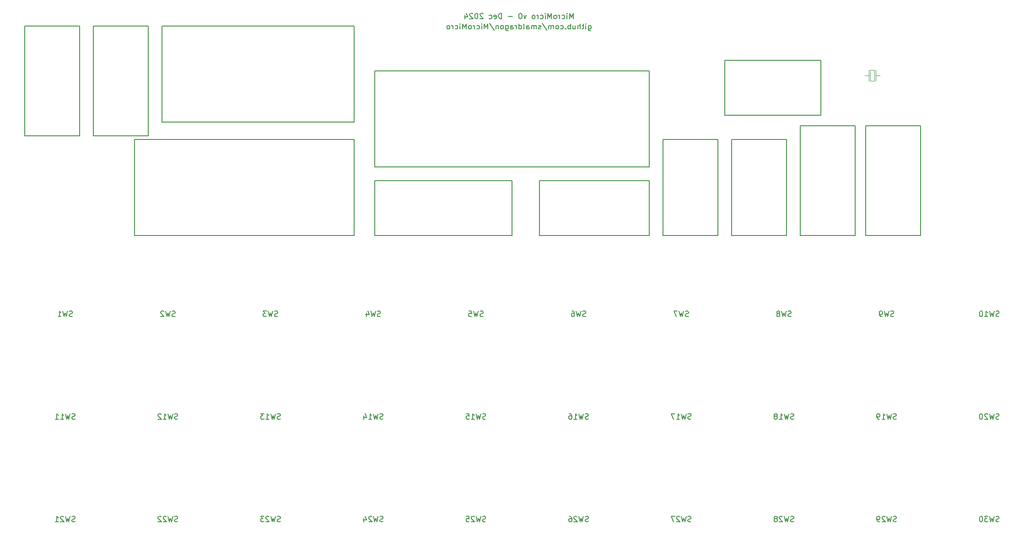
<source format=gbr>
%TF.GenerationSoftware,KiCad,Pcbnew,8.0.6*%
%TF.CreationDate,2024-12-27T12:36:34+00:00*%
%TF.ProjectId,a0,61302e6b-6963-4616-945f-706362585858,rev?*%
%TF.SameCoordinates,Original*%
%TF.FileFunction,Legend,Bot*%
%TF.FilePolarity,Positive*%
%FSLAX46Y46*%
G04 Gerber Fmt 4.6, Leading zero omitted, Abs format (unit mm)*
G04 Created by KiCad (PCBNEW 8.0.6) date 2024-12-27 12:36:34*
%MOMM*%
%LPD*%
G01*
G04 APERTURE LIST*
%ADD10C,0.150000*%
%ADD11C,0.200000*%
%ADD12C,0.120000*%
G04 APERTURE END LIST*
D10*
X167640000Y-66675000D02*
X177800000Y-66675000D01*
X177800000Y-84455000D01*
X167640000Y-84455000D01*
X167640000Y-66675000D01*
X179070000Y-52070000D02*
X196850000Y-52070000D01*
X196850000Y-62230000D01*
X179070000Y-62230000D01*
X179070000Y-52070000D01*
X205105000Y-64135000D02*
X215265000Y-64135000D01*
X215265000Y-84455000D01*
X205105000Y-84455000D01*
X205105000Y-64135000D01*
X180340000Y-66675000D02*
X190500000Y-66675000D01*
X190500000Y-84455000D01*
X180340000Y-84455000D01*
X180340000Y-66675000D01*
X69850000Y-66675000D02*
X110490000Y-66675000D01*
X110490000Y-84455000D01*
X69850000Y-84455000D01*
X69850000Y-66675000D01*
X114300000Y-74295000D02*
X139700000Y-74295000D01*
X139700000Y-84455000D01*
X114300000Y-84455000D01*
X114300000Y-74295000D01*
X193040000Y-64135000D02*
X203200000Y-64135000D01*
X203200000Y-84455000D01*
X193040000Y-84455000D01*
X193040000Y-64135000D01*
X49530000Y-45720000D02*
X59690000Y-45720000D01*
X59690000Y-66040000D01*
X49530000Y-66040000D01*
X49530000Y-45720000D01*
X62230000Y-45720000D02*
X72390000Y-45720000D01*
X72390000Y-66040000D01*
X62230000Y-66040000D01*
X62230000Y-45720000D01*
X144780000Y-74295000D02*
X165100000Y-74295000D01*
X165100000Y-84455000D01*
X144780000Y-84455000D01*
X144780000Y-74295000D01*
X74930000Y-45720000D02*
X110490000Y-45720000D01*
X110490000Y-63500000D01*
X74930000Y-63500000D01*
X74930000Y-45720000D01*
X114300000Y-53975000D02*
X165100000Y-53975000D01*
X165100000Y-71755000D01*
X114300000Y-71755000D01*
X114300000Y-53975000D01*
D11*
X150993809Y-44317219D02*
X150993809Y-43317219D01*
X150993809Y-43317219D02*
X150660476Y-44031504D01*
X150660476Y-44031504D02*
X150327143Y-43317219D01*
X150327143Y-43317219D02*
X150327143Y-44317219D01*
X149850952Y-44317219D02*
X149850952Y-43650552D01*
X149850952Y-43317219D02*
X149898571Y-43364838D01*
X149898571Y-43364838D02*
X149850952Y-43412457D01*
X149850952Y-43412457D02*
X149803333Y-43364838D01*
X149803333Y-43364838D02*
X149850952Y-43317219D01*
X149850952Y-43317219D02*
X149850952Y-43412457D01*
X148946191Y-44269600D02*
X149041429Y-44317219D01*
X149041429Y-44317219D02*
X149231905Y-44317219D01*
X149231905Y-44317219D02*
X149327143Y-44269600D01*
X149327143Y-44269600D02*
X149374762Y-44221980D01*
X149374762Y-44221980D02*
X149422381Y-44126742D01*
X149422381Y-44126742D02*
X149422381Y-43841028D01*
X149422381Y-43841028D02*
X149374762Y-43745790D01*
X149374762Y-43745790D02*
X149327143Y-43698171D01*
X149327143Y-43698171D02*
X149231905Y-43650552D01*
X149231905Y-43650552D02*
X149041429Y-43650552D01*
X149041429Y-43650552D02*
X148946191Y-43698171D01*
X148517619Y-44317219D02*
X148517619Y-43650552D01*
X148517619Y-43841028D02*
X148470000Y-43745790D01*
X148470000Y-43745790D02*
X148422381Y-43698171D01*
X148422381Y-43698171D02*
X148327143Y-43650552D01*
X148327143Y-43650552D02*
X148231905Y-43650552D01*
X147755714Y-44317219D02*
X147850952Y-44269600D01*
X147850952Y-44269600D02*
X147898571Y-44221980D01*
X147898571Y-44221980D02*
X147946190Y-44126742D01*
X147946190Y-44126742D02*
X147946190Y-43841028D01*
X147946190Y-43841028D02*
X147898571Y-43745790D01*
X147898571Y-43745790D02*
X147850952Y-43698171D01*
X147850952Y-43698171D02*
X147755714Y-43650552D01*
X147755714Y-43650552D02*
X147612857Y-43650552D01*
X147612857Y-43650552D02*
X147517619Y-43698171D01*
X147517619Y-43698171D02*
X147470000Y-43745790D01*
X147470000Y-43745790D02*
X147422381Y-43841028D01*
X147422381Y-43841028D02*
X147422381Y-44126742D01*
X147422381Y-44126742D02*
X147470000Y-44221980D01*
X147470000Y-44221980D02*
X147517619Y-44269600D01*
X147517619Y-44269600D02*
X147612857Y-44317219D01*
X147612857Y-44317219D02*
X147755714Y-44317219D01*
X146993809Y-44317219D02*
X146993809Y-43317219D01*
X146993809Y-43317219D02*
X146660476Y-44031504D01*
X146660476Y-44031504D02*
X146327143Y-43317219D01*
X146327143Y-43317219D02*
X146327143Y-44317219D01*
X145850952Y-44317219D02*
X145850952Y-43650552D01*
X145850952Y-43317219D02*
X145898571Y-43364838D01*
X145898571Y-43364838D02*
X145850952Y-43412457D01*
X145850952Y-43412457D02*
X145803333Y-43364838D01*
X145803333Y-43364838D02*
X145850952Y-43317219D01*
X145850952Y-43317219D02*
X145850952Y-43412457D01*
X144946191Y-44269600D02*
X145041429Y-44317219D01*
X145041429Y-44317219D02*
X145231905Y-44317219D01*
X145231905Y-44317219D02*
X145327143Y-44269600D01*
X145327143Y-44269600D02*
X145374762Y-44221980D01*
X145374762Y-44221980D02*
X145422381Y-44126742D01*
X145422381Y-44126742D02*
X145422381Y-43841028D01*
X145422381Y-43841028D02*
X145374762Y-43745790D01*
X145374762Y-43745790D02*
X145327143Y-43698171D01*
X145327143Y-43698171D02*
X145231905Y-43650552D01*
X145231905Y-43650552D02*
X145041429Y-43650552D01*
X145041429Y-43650552D02*
X144946191Y-43698171D01*
X144517619Y-44317219D02*
X144517619Y-43650552D01*
X144517619Y-43841028D02*
X144470000Y-43745790D01*
X144470000Y-43745790D02*
X144422381Y-43698171D01*
X144422381Y-43698171D02*
X144327143Y-43650552D01*
X144327143Y-43650552D02*
X144231905Y-43650552D01*
X143755714Y-44317219D02*
X143850952Y-44269600D01*
X143850952Y-44269600D02*
X143898571Y-44221980D01*
X143898571Y-44221980D02*
X143946190Y-44126742D01*
X143946190Y-44126742D02*
X143946190Y-43841028D01*
X143946190Y-43841028D02*
X143898571Y-43745790D01*
X143898571Y-43745790D02*
X143850952Y-43698171D01*
X143850952Y-43698171D02*
X143755714Y-43650552D01*
X143755714Y-43650552D02*
X143612857Y-43650552D01*
X143612857Y-43650552D02*
X143517619Y-43698171D01*
X143517619Y-43698171D02*
X143470000Y-43745790D01*
X143470000Y-43745790D02*
X143422381Y-43841028D01*
X143422381Y-43841028D02*
X143422381Y-44126742D01*
X143422381Y-44126742D02*
X143470000Y-44221980D01*
X143470000Y-44221980D02*
X143517619Y-44269600D01*
X143517619Y-44269600D02*
X143612857Y-44317219D01*
X143612857Y-44317219D02*
X143755714Y-44317219D01*
X142327142Y-43650552D02*
X142089047Y-44317219D01*
X142089047Y-44317219D02*
X141850952Y-43650552D01*
X141279523Y-43317219D02*
X141184285Y-43317219D01*
X141184285Y-43317219D02*
X141089047Y-43364838D01*
X141089047Y-43364838D02*
X141041428Y-43412457D01*
X141041428Y-43412457D02*
X140993809Y-43507695D01*
X140993809Y-43507695D02*
X140946190Y-43698171D01*
X140946190Y-43698171D02*
X140946190Y-43936266D01*
X140946190Y-43936266D02*
X140993809Y-44126742D01*
X140993809Y-44126742D02*
X141041428Y-44221980D01*
X141041428Y-44221980D02*
X141089047Y-44269600D01*
X141089047Y-44269600D02*
X141184285Y-44317219D01*
X141184285Y-44317219D02*
X141279523Y-44317219D01*
X141279523Y-44317219D02*
X141374761Y-44269600D01*
X141374761Y-44269600D02*
X141422380Y-44221980D01*
X141422380Y-44221980D02*
X141469999Y-44126742D01*
X141469999Y-44126742D02*
X141517618Y-43936266D01*
X141517618Y-43936266D02*
X141517618Y-43698171D01*
X141517618Y-43698171D02*
X141469999Y-43507695D01*
X141469999Y-43507695D02*
X141422380Y-43412457D01*
X141422380Y-43412457D02*
X141374761Y-43364838D01*
X141374761Y-43364838D02*
X141279523Y-43317219D01*
X139755713Y-43936266D02*
X138993809Y-43936266D01*
X137755713Y-44317219D02*
X137755713Y-43317219D01*
X137755713Y-43317219D02*
X137517618Y-43317219D01*
X137517618Y-43317219D02*
X137374761Y-43364838D01*
X137374761Y-43364838D02*
X137279523Y-43460076D01*
X137279523Y-43460076D02*
X137231904Y-43555314D01*
X137231904Y-43555314D02*
X137184285Y-43745790D01*
X137184285Y-43745790D02*
X137184285Y-43888647D01*
X137184285Y-43888647D02*
X137231904Y-44079123D01*
X137231904Y-44079123D02*
X137279523Y-44174361D01*
X137279523Y-44174361D02*
X137374761Y-44269600D01*
X137374761Y-44269600D02*
X137517618Y-44317219D01*
X137517618Y-44317219D02*
X137755713Y-44317219D01*
X136374761Y-44269600D02*
X136469999Y-44317219D01*
X136469999Y-44317219D02*
X136660475Y-44317219D01*
X136660475Y-44317219D02*
X136755713Y-44269600D01*
X136755713Y-44269600D02*
X136803332Y-44174361D01*
X136803332Y-44174361D02*
X136803332Y-43793409D01*
X136803332Y-43793409D02*
X136755713Y-43698171D01*
X136755713Y-43698171D02*
X136660475Y-43650552D01*
X136660475Y-43650552D02*
X136469999Y-43650552D01*
X136469999Y-43650552D02*
X136374761Y-43698171D01*
X136374761Y-43698171D02*
X136327142Y-43793409D01*
X136327142Y-43793409D02*
X136327142Y-43888647D01*
X136327142Y-43888647D02*
X136803332Y-43983885D01*
X135469999Y-44269600D02*
X135565237Y-44317219D01*
X135565237Y-44317219D02*
X135755713Y-44317219D01*
X135755713Y-44317219D02*
X135850951Y-44269600D01*
X135850951Y-44269600D02*
X135898570Y-44221980D01*
X135898570Y-44221980D02*
X135946189Y-44126742D01*
X135946189Y-44126742D02*
X135946189Y-43841028D01*
X135946189Y-43841028D02*
X135898570Y-43745790D01*
X135898570Y-43745790D02*
X135850951Y-43698171D01*
X135850951Y-43698171D02*
X135755713Y-43650552D01*
X135755713Y-43650552D02*
X135565237Y-43650552D01*
X135565237Y-43650552D02*
X135469999Y-43698171D01*
X134327141Y-43412457D02*
X134279522Y-43364838D01*
X134279522Y-43364838D02*
X134184284Y-43317219D01*
X134184284Y-43317219D02*
X133946189Y-43317219D01*
X133946189Y-43317219D02*
X133850951Y-43364838D01*
X133850951Y-43364838D02*
X133803332Y-43412457D01*
X133803332Y-43412457D02*
X133755713Y-43507695D01*
X133755713Y-43507695D02*
X133755713Y-43602933D01*
X133755713Y-43602933D02*
X133803332Y-43745790D01*
X133803332Y-43745790D02*
X134374760Y-44317219D01*
X134374760Y-44317219D02*
X133755713Y-44317219D01*
X133136665Y-43317219D02*
X133041427Y-43317219D01*
X133041427Y-43317219D02*
X132946189Y-43364838D01*
X132946189Y-43364838D02*
X132898570Y-43412457D01*
X132898570Y-43412457D02*
X132850951Y-43507695D01*
X132850951Y-43507695D02*
X132803332Y-43698171D01*
X132803332Y-43698171D02*
X132803332Y-43936266D01*
X132803332Y-43936266D02*
X132850951Y-44126742D01*
X132850951Y-44126742D02*
X132898570Y-44221980D01*
X132898570Y-44221980D02*
X132946189Y-44269600D01*
X132946189Y-44269600D02*
X133041427Y-44317219D01*
X133041427Y-44317219D02*
X133136665Y-44317219D01*
X133136665Y-44317219D02*
X133231903Y-44269600D01*
X133231903Y-44269600D02*
X133279522Y-44221980D01*
X133279522Y-44221980D02*
X133327141Y-44126742D01*
X133327141Y-44126742D02*
X133374760Y-43936266D01*
X133374760Y-43936266D02*
X133374760Y-43698171D01*
X133374760Y-43698171D02*
X133327141Y-43507695D01*
X133327141Y-43507695D02*
X133279522Y-43412457D01*
X133279522Y-43412457D02*
X133231903Y-43364838D01*
X133231903Y-43364838D02*
X133136665Y-43317219D01*
X132422379Y-43412457D02*
X132374760Y-43364838D01*
X132374760Y-43364838D02*
X132279522Y-43317219D01*
X132279522Y-43317219D02*
X132041427Y-43317219D01*
X132041427Y-43317219D02*
X131946189Y-43364838D01*
X131946189Y-43364838D02*
X131898570Y-43412457D01*
X131898570Y-43412457D02*
X131850951Y-43507695D01*
X131850951Y-43507695D02*
X131850951Y-43602933D01*
X131850951Y-43602933D02*
X131898570Y-43745790D01*
X131898570Y-43745790D02*
X132469998Y-44317219D01*
X132469998Y-44317219D02*
X131850951Y-44317219D01*
X130993808Y-43650552D02*
X130993808Y-44317219D01*
X131231903Y-43269600D02*
X131469998Y-43983885D01*
X131469998Y-43983885D02*
X130850951Y-43983885D01*
X153827143Y-45555552D02*
X153827143Y-46365076D01*
X153827143Y-46365076D02*
X153874762Y-46460314D01*
X153874762Y-46460314D02*
X153922381Y-46507933D01*
X153922381Y-46507933D02*
X154017619Y-46555552D01*
X154017619Y-46555552D02*
X154160476Y-46555552D01*
X154160476Y-46555552D02*
X154255714Y-46507933D01*
X153827143Y-46174600D02*
X153922381Y-46222219D01*
X153922381Y-46222219D02*
X154112857Y-46222219D01*
X154112857Y-46222219D02*
X154208095Y-46174600D01*
X154208095Y-46174600D02*
X154255714Y-46126980D01*
X154255714Y-46126980D02*
X154303333Y-46031742D01*
X154303333Y-46031742D02*
X154303333Y-45746028D01*
X154303333Y-45746028D02*
X154255714Y-45650790D01*
X154255714Y-45650790D02*
X154208095Y-45603171D01*
X154208095Y-45603171D02*
X154112857Y-45555552D01*
X154112857Y-45555552D02*
X153922381Y-45555552D01*
X153922381Y-45555552D02*
X153827143Y-45603171D01*
X153350952Y-46222219D02*
X153350952Y-45555552D01*
X153350952Y-45222219D02*
X153398571Y-45269838D01*
X153398571Y-45269838D02*
X153350952Y-45317457D01*
X153350952Y-45317457D02*
X153303333Y-45269838D01*
X153303333Y-45269838D02*
X153350952Y-45222219D01*
X153350952Y-45222219D02*
X153350952Y-45317457D01*
X153017619Y-45555552D02*
X152636667Y-45555552D01*
X152874762Y-45222219D02*
X152874762Y-46079361D01*
X152874762Y-46079361D02*
X152827143Y-46174600D01*
X152827143Y-46174600D02*
X152731905Y-46222219D01*
X152731905Y-46222219D02*
X152636667Y-46222219D01*
X152303333Y-46222219D02*
X152303333Y-45222219D01*
X151874762Y-46222219D02*
X151874762Y-45698409D01*
X151874762Y-45698409D02*
X151922381Y-45603171D01*
X151922381Y-45603171D02*
X152017619Y-45555552D01*
X152017619Y-45555552D02*
X152160476Y-45555552D01*
X152160476Y-45555552D02*
X152255714Y-45603171D01*
X152255714Y-45603171D02*
X152303333Y-45650790D01*
X150970000Y-45555552D02*
X150970000Y-46222219D01*
X151398571Y-45555552D02*
X151398571Y-46079361D01*
X151398571Y-46079361D02*
X151350952Y-46174600D01*
X151350952Y-46174600D02*
X151255714Y-46222219D01*
X151255714Y-46222219D02*
X151112857Y-46222219D01*
X151112857Y-46222219D02*
X151017619Y-46174600D01*
X151017619Y-46174600D02*
X150970000Y-46126980D01*
X150493809Y-46222219D02*
X150493809Y-45222219D01*
X150493809Y-45603171D02*
X150398571Y-45555552D01*
X150398571Y-45555552D02*
X150208095Y-45555552D01*
X150208095Y-45555552D02*
X150112857Y-45603171D01*
X150112857Y-45603171D02*
X150065238Y-45650790D01*
X150065238Y-45650790D02*
X150017619Y-45746028D01*
X150017619Y-45746028D02*
X150017619Y-46031742D01*
X150017619Y-46031742D02*
X150065238Y-46126980D01*
X150065238Y-46126980D02*
X150112857Y-46174600D01*
X150112857Y-46174600D02*
X150208095Y-46222219D01*
X150208095Y-46222219D02*
X150398571Y-46222219D01*
X150398571Y-46222219D02*
X150493809Y-46174600D01*
X149589047Y-46126980D02*
X149541428Y-46174600D01*
X149541428Y-46174600D02*
X149589047Y-46222219D01*
X149589047Y-46222219D02*
X149636666Y-46174600D01*
X149636666Y-46174600D02*
X149589047Y-46126980D01*
X149589047Y-46126980D02*
X149589047Y-46222219D01*
X148684286Y-46174600D02*
X148779524Y-46222219D01*
X148779524Y-46222219D02*
X148970000Y-46222219D01*
X148970000Y-46222219D02*
X149065238Y-46174600D01*
X149065238Y-46174600D02*
X149112857Y-46126980D01*
X149112857Y-46126980D02*
X149160476Y-46031742D01*
X149160476Y-46031742D02*
X149160476Y-45746028D01*
X149160476Y-45746028D02*
X149112857Y-45650790D01*
X149112857Y-45650790D02*
X149065238Y-45603171D01*
X149065238Y-45603171D02*
X148970000Y-45555552D01*
X148970000Y-45555552D02*
X148779524Y-45555552D01*
X148779524Y-45555552D02*
X148684286Y-45603171D01*
X148112857Y-46222219D02*
X148208095Y-46174600D01*
X148208095Y-46174600D02*
X148255714Y-46126980D01*
X148255714Y-46126980D02*
X148303333Y-46031742D01*
X148303333Y-46031742D02*
X148303333Y-45746028D01*
X148303333Y-45746028D02*
X148255714Y-45650790D01*
X148255714Y-45650790D02*
X148208095Y-45603171D01*
X148208095Y-45603171D02*
X148112857Y-45555552D01*
X148112857Y-45555552D02*
X147970000Y-45555552D01*
X147970000Y-45555552D02*
X147874762Y-45603171D01*
X147874762Y-45603171D02*
X147827143Y-45650790D01*
X147827143Y-45650790D02*
X147779524Y-45746028D01*
X147779524Y-45746028D02*
X147779524Y-46031742D01*
X147779524Y-46031742D02*
X147827143Y-46126980D01*
X147827143Y-46126980D02*
X147874762Y-46174600D01*
X147874762Y-46174600D02*
X147970000Y-46222219D01*
X147970000Y-46222219D02*
X148112857Y-46222219D01*
X147350952Y-46222219D02*
X147350952Y-45555552D01*
X147350952Y-45650790D02*
X147303333Y-45603171D01*
X147303333Y-45603171D02*
X147208095Y-45555552D01*
X147208095Y-45555552D02*
X147065238Y-45555552D01*
X147065238Y-45555552D02*
X146970000Y-45603171D01*
X146970000Y-45603171D02*
X146922381Y-45698409D01*
X146922381Y-45698409D02*
X146922381Y-46222219D01*
X146922381Y-45698409D02*
X146874762Y-45603171D01*
X146874762Y-45603171D02*
X146779524Y-45555552D01*
X146779524Y-45555552D02*
X146636667Y-45555552D01*
X146636667Y-45555552D02*
X146541428Y-45603171D01*
X146541428Y-45603171D02*
X146493809Y-45698409D01*
X146493809Y-45698409D02*
X146493809Y-46222219D01*
X145303334Y-45174600D02*
X146160476Y-46460314D01*
X145017619Y-46174600D02*
X144922381Y-46222219D01*
X144922381Y-46222219D02*
X144731905Y-46222219D01*
X144731905Y-46222219D02*
X144636667Y-46174600D01*
X144636667Y-46174600D02*
X144589048Y-46079361D01*
X144589048Y-46079361D02*
X144589048Y-46031742D01*
X144589048Y-46031742D02*
X144636667Y-45936504D01*
X144636667Y-45936504D02*
X144731905Y-45888885D01*
X144731905Y-45888885D02*
X144874762Y-45888885D01*
X144874762Y-45888885D02*
X144970000Y-45841266D01*
X144970000Y-45841266D02*
X145017619Y-45746028D01*
X145017619Y-45746028D02*
X145017619Y-45698409D01*
X145017619Y-45698409D02*
X144970000Y-45603171D01*
X144970000Y-45603171D02*
X144874762Y-45555552D01*
X144874762Y-45555552D02*
X144731905Y-45555552D01*
X144731905Y-45555552D02*
X144636667Y-45603171D01*
X144160476Y-46222219D02*
X144160476Y-45555552D01*
X144160476Y-45650790D02*
X144112857Y-45603171D01*
X144112857Y-45603171D02*
X144017619Y-45555552D01*
X144017619Y-45555552D02*
X143874762Y-45555552D01*
X143874762Y-45555552D02*
X143779524Y-45603171D01*
X143779524Y-45603171D02*
X143731905Y-45698409D01*
X143731905Y-45698409D02*
X143731905Y-46222219D01*
X143731905Y-45698409D02*
X143684286Y-45603171D01*
X143684286Y-45603171D02*
X143589048Y-45555552D01*
X143589048Y-45555552D02*
X143446191Y-45555552D01*
X143446191Y-45555552D02*
X143350952Y-45603171D01*
X143350952Y-45603171D02*
X143303333Y-45698409D01*
X143303333Y-45698409D02*
X143303333Y-46222219D01*
X142398572Y-46222219D02*
X142398572Y-45698409D01*
X142398572Y-45698409D02*
X142446191Y-45603171D01*
X142446191Y-45603171D02*
X142541429Y-45555552D01*
X142541429Y-45555552D02*
X142731905Y-45555552D01*
X142731905Y-45555552D02*
X142827143Y-45603171D01*
X142398572Y-46174600D02*
X142493810Y-46222219D01*
X142493810Y-46222219D02*
X142731905Y-46222219D01*
X142731905Y-46222219D02*
X142827143Y-46174600D01*
X142827143Y-46174600D02*
X142874762Y-46079361D01*
X142874762Y-46079361D02*
X142874762Y-45984123D01*
X142874762Y-45984123D02*
X142827143Y-45888885D01*
X142827143Y-45888885D02*
X142731905Y-45841266D01*
X142731905Y-45841266D02*
X142493810Y-45841266D01*
X142493810Y-45841266D02*
X142398572Y-45793647D01*
X141779524Y-46222219D02*
X141874762Y-46174600D01*
X141874762Y-46174600D02*
X141922381Y-46079361D01*
X141922381Y-46079361D02*
X141922381Y-45222219D01*
X140970000Y-46222219D02*
X140970000Y-45222219D01*
X140970000Y-46174600D02*
X141065238Y-46222219D01*
X141065238Y-46222219D02*
X141255714Y-46222219D01*
X141255714Y-46222219D02*
X141350952Y-46174600D01*
X141350952Y-46174600D02*
X141398571Y-46126980D01*
X141398571Y-46126980D02*
X141446190Y-46031742D01*
X141446190Y-46031742D02*
X141446190Y-45746028D01*
X141446190Y-45746028D02*
X141398571Y-45650790D01*
X141398571Y-45650790D02*
X141350952Y-45603171D01*
X141350952Y-45603171D02*
X141255714Y-45555552D01*
X141255714Y-45555552D02*
X141065238Y-45555552D01*
X141065238Y-45555552D02*
X140970000Y-45603171D01*
X140493809Y-46222219D02*
X140493809Y-45555552D01*
X140493809Y-45746028D02*
X140446190Y-45650790D01*
X140446190Y-45650790D02*
X140398571Y-45603171D01*
X140398571Y-45603171D02*
X140303333Y-45555552D01*
X140303333Y-45555552D02*
X140208095Y-45555552D01*
X139446190Y-46222219D02*
X139446190Y-45698409D01*
X139446190Y-45698409D02*
X139493809Y-45603171D01*
X139493809Y-45603171D02*
X139589047Y-45555552D01*
X139589047Y-45555552D02*
X139779523Y-45555552D01*
X139779523Y-45555552D02*
X139874761Y-45603171D01*
X139446190Y-46174600D02*
X139541428Y-46222219D01*
X139541428Y-46222219D02*
X139779523Y-46222219D01*
X139779523Y-46222219D02*
X139874761Y-46174600D01*
X139874761Y-46174600D02*
X139922380Y-46079361D01*
X139922380Y-46079361D02*
X139922380Y-45984123D01*
X139922380Y-45984123D02*
X139874761Y-45888885D01*
X139874761Y-45888885D02*
X139779523Y-45841266D01*
X139779523Y-45841266D02*
X139541428Y-45841266D01*
X139541428Y-45841266D02*
X139446190Y-45793647D01*
X138541428Y-45555552D02*
X138541428Y-46365076D01*
X138541428Y-46365076D02*
X138589047Y-46460314D01*
X138589047Y-46460314D02*
X138636666Y-46507933D01*
X138636666Y-46507933D02*
X138731904Y-46555552D01*
X138731904Y-46555552D02*
X138874761Y-46555552D01*
X138874761Y-46555552D02*
X138969999Y-46507933D01*
X138541428Y-46174600D02*
X138636666Y-46222219D01*
X138636666Y-46222219D02*
X138827142Y-46222219D01*
X138827142Y-46222219D02*
X138922380Y-46174600D01*
X138922380Y-46174600D02*
X138969999Y-46126980D01*
X138969999Y-46126980D02*
X139017618Y-46031742D01*
X139017618Y-46031742D02*
X139017618Y-45746028D01*
X139017618Y-45746028D02*
X138969999Y-45650790D01*
X138969999Y-45650790D02*
X138922380Y-45603171D01*
X138922380Y-45603171D02*
X138827142Y-45555552D01*
X138827142Y-45555552D02*
X138636666Y-45555552D01*
X138636666Y-45555552D02*
X138541428Y-45603171D01*
X137922380Y-46222219D02*
X138017618Y-46174600D01*
X138017618Y-46174600D02*
X138065237Y-46126980D01*
X138065237Y-46126980D02*
X138112856Y-46031742D01*
X138112856Y-46031742D02*
X138112856Y-45746028D01*
X138112856Y-45746028D02*
X138065237Y-45650790D01*
X138065237Y-45650790D02*
X138017618Y-45603171D01*
X138017618Y-45603171D02*
X137922380Y-45555552D01*
X137922380Y-45555552D02*
X137779523Y-45555552D01*
X137779523Y-45555552D02*
X137684285Y-45603171D01*
X137684285Y-45603171D02*
X137636666Y-45650790D01*
X137636666Y-45650790D02*
X137589047Y-45746028D01*
X137589047Y-45746028D02*
X137589047Y-46031742D01*
X137589047Y-46031742D02*
X137636666Y-46126980D01*
X137636666Y-46126980D02*
X137684285Y-46174600D01*
X137684285Y-46174600D02*
X137779523Y-46222219D01*
X137779523Y-46222219D02*
X137922380Y-46222219D01*
X137160475Y-45555552D02*
X137160475Y-46222219D01*
X137160475Y-45650790D02*
X137112856Y-45603171D01*
X137112856Y-45603171D02*
X137017618Y-45555552D01*
X137017618Y-45555552D02*
X136874761Y-45555552D01*
X136874761Y-45555552D02*
X136779523Y-45603171D01*
X136779523Y-45603171D02*
X136731904Y-45698409D01*
X136731904Y-45698409D02*
X136731904Y-46222219D01*
X135541428Y-45174600D02*
X136398570Y-46460314D01*
X135208094Y-46222219D02*
X135208094Y-45222219D01*
X135208094Y-45222219D02*
X134874761Y-45936504D01*
X134874761Y-45936504D02*
X134541428Y-45222219D01*
X134541428Y-45222219D02*
X134541428Y-46222219D01*
X134065237Y-46222219D02*
X134065237Y-45555552D01*
X134065237Y-45222219D02*
X134112856Y-45269838D01*
X134112856Y-45269838D02*
X134065237Y-45317457D01*
X134065237Y-45317457D02*
X134017618Y-45269838D01*
X134017618Y-45269838D02*
X134065237Y-45222219D01*
X134065237Y-45222219D02*
X134065237Y-45317457D01*
X133160476Y-46174600D02*
X133255714Y-46222219D01*
X133255714Y-46222219D02*
X133446190Y-46222219D01*
X133446190Y-46222219D02*
X133541428Y-46174600D01*
X133541428Y-46174600D02*
X133589047Y-46126980D01*
X133589047Y-46126980D02*
X133636666Y-46031742D01*
X133636666Y-46031742D02*
X133636666Y-45746028D01*
X133636666Y-45746028D02*
X133589047Y-45650790D01*
X133589047Y-45650790D02*
X133541428Y-45603171D01*
X133541428Y-45603171D02*
X133446190Y-45555552D01*
X133446190Y-45555552D02*
X133255714Y-45555552D01*
X133255714Y-45555552D02*
X133160476Y-45603171D01*
X132731904Y-46222219D02*
X132731904Y-45555552D01*
X132731904Y-45746028D02*
X132684285Y-45650790D01*
X132684285Y-45650790D02*
X132636666Y-45603171D01*
X132636666Y-45603171D02*
X132541428Y-45555552D01*
X132541428Y-45555552D02*
X132446190Y-45555552D01*
X131969999Y-46222219D02*
X132065237Y-46174600D01*
X132065237Y-46174600D02*
X132112856Y-46126980D01*
X132112856Y-46126980D02*
X132160475Y-46031742D01*
X132160475Y-46031742D02*
X132160475Y-45746028D01*
X132160475Y-45746028D02*
X132112856Y-45650790D01*
X132112856Y-45650790D02*
X132065237Y-45603171D01*
X132065237Y-45603171D02*
X131969999Y-45555552D01*
X131969999Y-45555552D02*
X131827142Y-45555552D01*
X131827142Y-45555552D02*
X131731904Y-45603171D01*
X131731904Y-45603171D02*
X131684285Y-45650790D01*
X131684285Y-45650790D02*
X131636666Y-45746028D01*
X131636666Y-45746028D02*
X131636666Y-46031742D01*
X131636666Y-46031742D02*
X131684285Y-46126980D01*
X131684285Y-46126980D02*
X131731904Y-46174600D01*
X131731904Y-46174600D02*
X131827142Y-46222219D01*
X131827142Y-46222219D02*
X131969999Y-46222219D01*
X131208094Y-46222219D02*
X131208094Y-45222219D01*
X131208094Y-45222219D02*
X130874761Y-45936504D01*
X130874761Y-45936504D02*
X130541428Y-45222219D01*
X130541428Y-45222219D02*
X130541428Y-46222219D01*
X130065237Y-46222219D02*
X130065237Y-45555552D01*
X130065237Y-45222219D02*
X130112856Y-45269838D01*
X130112856Y-45269838D02*
X130065237Y-45317457D01*
X130065237Y-45317457D02*
X130017618Y-45269838D01*
X130017618Y-45269838D02*
X130065237Y-45222219D01*
X130065237Y-45222219D02*
X130065237Y-45317457D01*
X129160476Y-46174600D02*
X129255714Y-46222219D01*
X129255714Y-46222219D02*
X129446190Y-46222219D01*
X129446190Y-46222219D02*
X129541428Y-46174600D01*
X129541428Y-46174600D02*
X129589047Y-46126980D01*
X129589047Y-46126980D02*
X129636666Y-46031742D01*
X129636666Y-46031742D02*
X129636666Y-45746028D01*
X129636666Y-45746028D02*
X129589047Y-45650790D01*
X129589047Y-45650790D02*
X129541428Y-45603171D01*
X129541428Y-45603171D02*
X129446190Y-45555552D01*
X129446190Y-45555552D02*
X129255714Y-45555552D01*
X129255714Y-45555552D02*
X129160476Y-45603171D01*
X128731904Y-46222219D02*
X128731904Y-45555552D01*
X128731904Y-45746028D02*
X128684285Y-45650790D01*
X128684285Y-45650790D02*
X128636666Y-45603171D01*
X128636666Y-45603171D02*
X128541428Y-45555552D01*
X128541428Y-45555552D02*
X128446190Y-45555552D01*
X127969999Y-46222219D02*
X128065237Y-46174600D01*
X128065237Y-46174600D02*
X128112856Y-46126980D01*
X128112856Y-46126980D02*
X128160475Y-46031742D01*
X128160475Y-46031742D02*
X128160475Y-45746028D01*
X128160475Y-45746028D02*
X128112856Y-45650790D01*
X128112856Y-45650790D02*
X128065237Y-45603171D01*
X128065237Y-45603171D02*
X127969999Y-45555552D01*
X127969999Y-45555552D02*
X127827142Y-45555552D01*
X127827142Y-45555552D02*
X127731904Y-45603171D01*
X127731904Y-45603171D02*
X127684285Y-45650790D01*
X127684285Y-45650790D02*
X127636666Y-45746028D01*
X127636666Y-45746028D02*
X127636666Y-46031742D01*
X127636666Y-46031742D02*
X127684285Y-46126980D01*
X127684285Y-46126980D02*
X127731904Y-46174600D01*
X127731904Y-46174600D02*
X127827142Y-46222219D01*
X127827142Y-46222219D02*
X127969999Y-46222219D01*
X115809523Y-137404600D02*
X115666666Y-137452219D01*
X115666666Y-137452219D02*
X115428571Y-137452219D01*
X115428571Y-137452219D02*
X115333333Y-137404600D01*
X115333333Y-137404600D02*
X115285714Y-137356980D01*
X115285714Y-137356980D02*
X115238095Y-137261742D01*
X115238095Y-137261742D02*
X115238095Y-137166504D01*
X115238095Y-137166504D02*
X115285714Y-137071266D01*
X115285714Y-137071266D02*
X115333333Y-137023647D01*
X115333333Y-137023647D02*
X115428571Y-136976028D01*
X115428571Y-136976028D02*
X115619047Y-136928409D01*
X115619047Y-136928409D02*
X115714285Y-136880790D01*
X115714285Y-136880790D02*
X115761904Y-136833171D01*
X115761904Y-136833171D02*
X115809523Y-136737933D01*
X115809523Y-136737933D02*
X115809523Y-136642695D01*
X115809523Y-136642695D02*
X115761904Y-136547457D01*
X115761904Y-136547457D02*
X115714285Y-136499838D01*
X115714285Y-136499838D02*
X115619047Y-136452219D01*
X115619047Y-136452219D02*
X115380952Y-136452219D01*
X115380952Y-136452219D02*
X115238095Y-136499838D01*
X114904761Y-136452219D02*
X114666666Y-137452219D01*
X114666666Y-137452219D02*
X114476190Y-136737933D01*
X114476190Y-136737933D02*
X114285714Y-137452219D01*
X114285714Y-137452219D02*
X114047619Y-136452219D01*
X113714285Y-136547457D02*
X113666666Y-136499838D01*
X113666666Y-136499838D02*
X113571428Y-136452219D01*
X113571428Y-136452219D02*
X113333333Y-136452219D01*
X113333333Y-136452219D02*
X113238095Y-136499838D01*
X113238095Y-136499838D02*
X113190476Y-136547457D01*
X113190476Y-136547457D02*
X113142857Y-136642695D01*
X113142857Y-136642695D02*
X113142857Y-136737933D01*
X113142857Y-136737933D02*
X113190476Y-136880790D01*
X113190476Y-136880790D02*
X113761904Y-137452219D01*
X113761904Y-137452219D02*
X113142857Y-137452219D01*
X112285714Y-136785552D02*
X112285714Y-137452219D01*
X112523809Y-136404600D02*
X112761904Y-137118885D01*
X112761904Y-137118885D02*
X112142857Y-137118885D01*
X77809523Y-118404600D02*
X77666666Y-118452219D01*
X77666666Y-118452219D02*
X77428571Y-118452219D01*
X77428571Y-118452219D02*
X77333333Y-118404600D01*
X77333333Y-118404600D02*
X77285714Y-118356980D01*
X77285714Y-118356980D02*
X77238095Y-118261742D01*
X77238095Y-118261742D02*
X77238095Y-118166504D01*
X77238095Y-118166504D02*
X77285714Y-118071266D01*
X77285714Y-118071266D02*
X77333333Y-118023647D01*
X77333333Y-118023647D02*
X77428571Y-117976028D01*
X77428571Y-117976028D02*
X77619047Y-117928409D01*
X77619047Y-117928409D02*
X77714285Y-117880790D01*
X77714285Y-117880790D02*
X77761904Y-117833171D01*
X77761904Y-117833171D02*
X77809523Y-117737933D01*
X77809523Y-117737933D02*
X77809523Y-117642695D01*
X77809523Y-117642695D02*
X77761904Y-117547457D01*
X77761904Y-117547457D02*
X77714285Y-117499838D01*
X77714285Y-117499838D02*
X77619047Y-117452219D01*
X77619047Y-117452219D02*
X77380952Y-117452219D01*
X77380952Y-117452219D02*
X77238095Y-117499838D01*
X76904761Y-117452219D02*
X76666666Y-118452219D01*
X76666666Y-118452219D02*
X76476190Y-117737933D01*
X76476190Y-117737933D02*
X76285714Y-118452219D01*
X76285714Y-118452219D02*
X76047619Y-117452219D01*
X75142857Y-118452219D02*
X75714285Y-118452219D01*
X75428571Y-118452219D02*
X75428571Y-117452219D01*
X75428571Y-117452219D02*
X75523809Y-117595076D01*
X75523809Y-117595076D02*
X75619047Y-117690314D01*
X75619047Y-117690314D02*
X75714285Y-117737933D01*
X74761904Y-117547457D02*
X74714285Y-117499838D01*
X74714285Y-117499838D02*
X74619047Y-117452219D01*
X74619047Y-117452219D02*
X74380952Y-117452219D01*
X74380952Y-117452219D02*
X74285714Y-117499838D01*
X74285714Y-117499838D02*
X74238095Y-117547457D01*
X74238095Y-117547457D02*
X74190476Y-117642695D01*
X74190476Y-117642695D02*
X74190476Y-117737933D01*
X74190476Y-117737933D02*
X74238095Y-117880790D01*
X74238095Y-117880790D02*
X74809523Y-118452219D01*
X74809523Y-118452219D02*
X74190476Y-118452219D01*
X229809523Y-99404600D02*
X229666666Y-99452219D01*
X229666666Y-99452219D02*
X229428571Y-99452219D01*
X229428571Y-99452219D02*
X229333333Y-99404600D01*
X229333333Y-99404600D02*
X229285714Y-99356980D01*
X229285714Y-99356980D02*
X229238095Y-99261742D01*
X229238095Y-99261742D02*
X229238095Y-99166504D01*
X229238095Y-99166504D02*
X229285714Y-99071266D01*
X229285714Y-99071266D02*
X229333333Y-99023647D01*
X229333333Y-99023647D02*
X229428571Y-98976028D01*
X229428571Y-98976028D02*
X229619047Y-98928409D01*
X229619047Y-98928409D02*
X229714285Y-98880790D01*
X229714285Y-98880790D02*
X229761904Y-98833171D01*
X229761904Y-98833171D02*
X229809523Y-98737933D01*
X229809523Y-98737933D02*
X229809523Y-98642695D01*
X229809523Y-98642695D02*
X229761904Y-98547457D01*
X229761904Y-98547457D02*
X229714285Y-98499838D01*
X229714285Y-98499838D02*
X229619047Y-98452219D01*
X229619047Y-98452219D02*
X229380952Y-98452219D01*
X229380952Y-98452219D02*
X229238095Y-98499838D01*
X228904761Y-98452219D02*
X228666666Y-99452219D01*
X228666666Y-99452219D02*
X228476190Y-98737933D01*
X228476190Y-98737933D02*
X228285714Y-99452219D01*
X228285714Y-99452219D02*
X228047619Y-98452219D01*
X227142857Y-99452219D02*
X227714285Y-99452219D01*
X227428571Y-99452219D02*
X227428571Y-98452219D01*
X227428571Y-98452219D02*
X227523809Y-98595076D01*
X227523809Y-98595076D02*
X227619047Y-98690314D01*
X227619047Y-98690314D02*
X227714285Y-98737933D01*
X226523809Y-98452219D02*
X226428571Y-98452219D01*
X226428571Y-98452219D02*
X226333333Y-98499838D01*
X226333333Y-98499838D02*
X226285714Y-98547457D01*
X226285714Y-98547457D02*
X226238095Y-98642695D01*
X226238095Y-98642695D02*
X226190476Y-98833171D01*
X226190476Y-98833171D02*
X226190476Y-99071266D01*
X226190476Y-99071266D02*
X226238095Y-99261742D01*
X226238095Y-99261742D02*
X226285714Y-99356980D01*
X226285714Y-99356980D02*
X226333333Y-99404600D01*
X226333333Y-99404600D02*
X226428571Y-99452219D01*
X226428571Y-99452219D02*
X226523809Y-99452219D01*
X226523809Y-99452219D02*
X226619047Y-99404600D01*
X226619047Y-99404600D02*
X226666666Y-99356980D01*
X226666666Y-99356980D02*
X226714285Y-99261742D01*
X226714285Y-99261742D02*
X226761904Y-99071266D01*
X226761904Y-99071266D02*
X226761904Y-98833171D01*
X226761904Y-98833171D02*
X226714285Y-98642695D01*
X226714285Y-98642695D02*
X226666666Y-98547457D01*
X226666666Y-98547457D02*
X226619047Y-98499838D01*
X226619047Y-98499838D02*
X226523809Y-98452219D01*
X191333332Y-99404600D02*
X191190475Y-99452219D01*
X191190475Y-99452219D02*
X190952380Y-99452219D01*
X190952380Y-99452219D02*
X190857142Y-99404600D01*
X190857142Y-99404600D02*
X190809523Y-99356980D01*
X190809523Y-99356980D02*
X190761904Y-99261742D01*
X190761904Y-99261742D02*
X190761904Y-99166504D01*
X190761904Y-99166504D02*
X190809523Y-99071266D01*
X190809523Y-99071266D02*
X190857142Y-99023647D01*
X190857142Y-99023647D02*
X190952380Y-98976028D01*
X190952380Y-98976028D02*
X191142856Y-98928409D01*
X191142856Y-98928409D02*
X191238094Y-98880790D01*
X191238094Y-98880790D02*
X191285713Y-98833171D01*
X191285713Y-98833171D02*
X191333332Y-98737933D01*
X191333332Y-98737933D02*
X191333332Y-98642695D01*
X191333332Y-98642695D02*
X191285713Y-98547457D01*
X191285713Y-98547457D02*
X191238094Y-98499838D01*
X191238094Y-98499838D02*
X191142856Y-98452219D01*
X191142856Y-98452219D02*
X190904761Y-98452219D01*
X190904761Y-98452219D02*
X190761904Y-98499838D01*
X190428570Y-98452219D02*
X190190475Y-99452219D01*
X190190475Y-99452219D02*
X189999999Y-98737933D01*
X189999999Y-98737933D02*
X189809523Y-99452219D01*
X189809523Y-99452219D02*
X189571428Y-98452219D01*
X189047618Y-98880790D02*
X189142856Y-98833171D01*
X189142856Y-98833171D02*
X189190475Y-98785552D01*
X189190475Y-98785552D02*
X189238094Y-98690314D01*
X189238094Y-98690314D02*
X189238094Y-98642695D01*
X189238094Y-98642695D02*
X189190475Y-98547457D01*
X189190475Y-98547457D02*
X189142856Y-98499838D01*
X189142856Y-98499838D02*
X189047618Y-98452219D01*
X189047618Y-98452219D02*
X188857142Y-98452219D01*
X188857142Y-98452219D02*
X188761904Y-98499838D01*
X188761904Y-98499838D02*
X188714285Y-98547457D01*
X188714285Y-98547457D02*
X188666666Y-98642695D01*
X188666666Y-98642695D02*
X188666666Y-98690314D01*
X188666666Y-98690314D02*
X188714285Y-98785552D01*
X188714285Y-98785552D02*
X188761904Y-98833171D01*
X188761904Y-98833171D02*
X188857142Y-98880790D01*
X188857142Y-98880790D02*
X189047618Y-98880790D01*
X189047618Y-98880790D02*
X189142856Y-98928409D01*
X189142856Y-98928409D02*
X189190475Y-98976028D01*
X189190475Y-98976028D02*
X189238094Y-99071266D01*
X189238094Y-99071266D02*
X189238094Y-99261742D01*
X189238094Y-99261742D02*
X189190475Y-99356980D01*
X189190475Y-99356980D02*
X189142856Y-99404600D01*
X189142856Y-99404600D02*
X189047618Y-99452219D01*
X189047618Y-99452219D02*
X188857142Y-99452219D01*
X188857142Y-99452219D02*
X188761904Y-99404600D01*
X188761904Y-99404600D02*
X188714285Y-99356980D01*
X188714285Y-99356980D02*
X188666666Y-99261742D01*
X188666666Y-99261742D02*
X188666666Y-99071266D01*
X188666666Y-99071266D02*
X188714285Y-98976028D01*
X188714285Y-98976028D02*
X188761904Y-98928409D01*
X188761904Y-98928409D02*
X188857142Y-98880790D01*
X58809523Y-118404600D02*
X58666666Y-118452219D01*
X58666666Y-118452219D02*
X58428571Y-118452219D01*
X58428571Y-118452219D02*
X58333333Y-118404600D01*
X58333333Y-118404600D02*
X58285714Y-118356980D01*
X58285714Y-118356980D02*
X58238095Y-118261742D01*
X58238095Y-118261742D02*
X58238095Y-118166504D01*
X58238095Y-118166504D02*
X58285714Y-118071266D01*
X58285714Y-118071266D02*
X58333333Y-118023647D01*
X58333333Y-118023647D02*
X58428571Y-117976028D01*
X58428571Y-117976028D02*
X58619047Y-117928409D01*
X58619047Y-117928409D02*
X58714285Y-117880790D01*
X58714285Y-117880790D02*
X58761904Y-117833171D01*
X58761904Y-117833171D02*
X58809523Y-117737933D01*
X58809523Y-117737933D02*
X58809523Y-117642695D01*
X58809523Y-117642695D02*
X58761904Y-117547457D01*
X58761904Y-117547457D02*
X58714285Y-117499838D01*
X58714285Y-117499838D02*
X58619047Y-117452219D01*
X58619047Y-117452219D02*
X58380952Y-117452219D01*
X58380952Y-117452219D02*
X58238095Y-117499838D01*
X57904761Y-117452219D02*
X57666666Y-118452219D01*
X57666666Y-118452219D02*
X57476190Y-117737933D01*
X57476190Y-117737933D02*
X57285714Y-118452219D01*
X57285714Y-118452219D02*
X57047619Y-117452219D01*
X56142857Y-118452219D02*
X56714285Y-118452219D01*
X56428571Y-118452219D02*
X56428571Y-117452219D01*
X56428571Y-117452219D02*
X56523809Y-117595076D01*
X56523809Y-117595076D02*
X56619047Y-117690314D01*
X56619047Y-117690314D02*
X56714285Y-117737933D01*
X55190476Y-118452219D02*
X55761904Y-118452219D01*
X55476190Y-118452219D02*
X55476190Y-117452219D01*
X55476190Y-117452219D02*
X55571428Y-117595076D01*
X55571428Y-117595076D02*
X55666666Y-117690314D01*
X55666666Y-117690314D02*
X55761904Y-117737933D01*
X115809523Y-118404600D02*
X115666666Y-118452219D01*
X115666666Y-118452219D02*
X115428571Y-118452219D01*
X115428571Y-118452219D02*
X115333333Y-118404600D01*
X115333333Y-118404600D02*
X115285714Y-118356980D01*
X115285714Y-118356980D02*
X115238095Y-118261742D01*
X115238095Y-118261742D02*
X115238095Y-118166504D01*
X115238095Y-118166504D02*
X115285714Y-118071266D01*
X115285714Y-118071266D02*
X115333333Y-118023647D01*
X115333333Y-118023647D02*
X115428571Y-117976028D01*
X115428571Y-117976028D02*
X115619047Y-117928409D01*
X115619047Y-117928409D02*
X115714285Y-117880790D01*
X115714285Y-117880790D02*
X115761904Y-117833171D01*
X115761904Y-117833171D02*
X115809523Y-117737933D01*
X115809523Y-117737933D02*
X115809523Y-117642695D01*
X115809523Y-117642695D02*
X115761904Y-117547457D01*
X115761904Y-117547457D02*
X115714285Y-117499838D01*
X115714285Y-117499838D02*
X115619047Y-117452219D01*
X115619047Y-117452219D02*
X115380952Y-117452219D01*
X115380952Y-117452219D02*
X115238095Y-117499838D01*
X114904761Y-117452219D02*
X114666666Y-118452219D01*
X114666666Y-118452219D02*
X114476190Y-117737933D01*
X114476190Y-117737933D02*
X114285714Y-118452219D01*
X114285714Y-118452219D02*
X114047619Y-117452219D01*
X113142857Y-118452219D02*
X113714285Y-118452219D01*
X113428571Y-118452219D02*
X113428571Y-117452219D01*
X113428571Y-117452219D02*
X113523809Y-117595076D01*
X113523809Y-117595076D02*
X113619047Y-117690314D01*
X113619047Y-117690314D02*
X113714285Y-117737933D01*
X112285714Y-117785552D02*
X112285714Y-118452219D01*
X112523809Y-117404600D02*
X112761904Y-118118885D01*
X112761904Y-118118885D02*
X112142857Y-118118885D01*
X172809523Y-118404600D02*
X172666666Y-118452219D01*
X172666666Y-118452219D02*
X172428571Y-118452219D01*
X172428571Y-118452219D02*
X172333333Y-118404600D01*
X172333333Y-118404600D02*
X172285714Y-118356980D01*
X172285714Y-118356980D02*
X172238095Y-118261742D01*
X172238095Y-118261742D02*
X172238095Y-118166504D01*
X172238095Y-118166504D02*
X172285714Y-118071266D01*
X172285714Y-118071266D02*
X172333333Y-118023647D01*
X172333333Y-118023647D02*
X172428571Y-117976028D01*
X172428571Y-117976028D02*
X172619047Y-117928409D01*
X172619047Y-117928409D02*
X172714285Y-117880790D01*
X172714285Y-117880790D02*
X172761904Y-117833171D01*
X172761904Y-117833171D02*
X172809523Y-117737933D01*
X172809523Y-117737933D02*
X172809523Y-117642695D01*
X172809523Y-117642695D02*
X172761904Y-117547457D01*
X172761904Y-117547457D02*
X172714285Y-117499838D01*
X172714285Y-117499838D02*
X172619047Y-117452219D01*
X172619047Y-117452219D02*
X172380952Y-117452219D01*
X172380952Y-117452219D02*
X172238095Y-117499838D01*
X171904761Y-117452219D02*
X171666666Y-118452219D01*
X171666666Y-118452219D02*
X171476190Y-117737933D01*
X171476190Y-117737933D02*
X171285714Y-118452219D01*
X171285714Y-118452219D02*
X171047619Y-117452219D01*
X170142857Y-118452219D02*
X170714285Y-118452219D01*
X170428571Y-118452219D02*
X170428571Y-117452219D01*
X170428571Y-117452219D02*
X170523809Y-117595076D01*
X170523809Y-117595076D02*
X170619047Y-117690314D01*
X170619047Y-117690314D02*
X170714285Y-117737933D01*
X169809523Y-117452219D02*
X169142857Y-117452219D01*
X169142857Y-117452219D02*
X169571428Y-118452219D01*
X172333332Y-99404600D02*
X172190475Y-99452219D01*
X172190475Y-99452219D02*
X171952380Y-99452219D01*
X171952380Y-99452219D02*
X171857142Y-99404600D01*
X171857142Y-99404600D02*
X171809523Y-99356980D01*
X171809523Y-99356980D02*
X171761904Y-99261742D01*
X171761904Y-99261742D02*
X171761904Y-99166504D01*
X171761904Y-99166504D02*
X171809523Y-99071266D01*
X171809523Y-99071266D02*
X171857142Y-99023647D01*
X171857142Y-99023647D02*
X171952380Y-98976028D01*
X171952380Y-98976028D02*
X172142856Y-98928409D01*
X172142856Y-98928409D02*
X172238094Y-98880790D01*
X172238094Y-98880790D02*
X172285713Y-98833171D01*
X172285713Y-98833171D02*
X172333332Y-98737933D01*
X172333332Y-98737933D02*
X172333332Y-98642695D01*
X172333332Y-98642695D02*
X172285713Y-98547457D01*
X172285713Y-98547457D02*
X172238094Y-98499838D01*
X172238094Y-98499838D02*
X172142856Y-98452219D01*
X172142856Y-98452219D02*
X171904761Y-98452219D01*
X171904761Y-98452219D02*
X171761904Y-98499838D01*
X171428570Y-98452219D02*
X171190475Y-99452219D01*
X171190475Y-99452219D02*
X170999999Y-98737933D01*
X170999999Y-98737933D02*
X170809523Y-99452219D01*
X170809523Y-99452219D02*
X170571428Y-98452219D01*
X170285713Y-98452219D02*
X169619047Y-98452219D01*
X169619047Y-98452219D02*
X170047618Y-99452219D01*
X96333332Y-99404600D02*
X96190475Y-99452219D01*
X96190475Y-99452219D02*
X95952380Y-99452219D01*
X95952380Y-99452219D02*
X95857142Y-99404600D01*
X95857142Y-99404600D02*
X95809523Y-99356980D01*
X95809523Y-99356980D02*
X95761904Y-99261742D01*
X95761904Y-99261742D02*
X95761904Y-99166504D01*
X95761904Y-99166504D02*
X95809523Y-99071266D01*
X95809523Y-99071266D02*
X95857142Y-99023647D01*
X95857142Y-99023647D02*
X95952380Y-98976028D01*
X95952380Y-98976028D02*
X96142856Y-98928409D01*
X96142856Y-98928409D02*
X96238094Y-98880790D01*
X96238094Y-98880790D02*
X96285713Y-98833171D01*
X96285713Y-98833171D02*
X96333332Y-98737933D01*
X96333332Y-98737933D02*
X96333332Y-98642695D01*
X96333332Y-98642695D02*
X96285713Y-98547457D01*
X96285713Y-98547457D02*
X96238094Y-98499838D01*
X96238094Y-98499838D02*
X96142856Y-98452219D01*
X96142856Y-98452219D02*
X95904761Y-98452219D01*
X95904761Y-98452219D02*
X95761904Y-98499838D01*
X95428570Y-98452219D02*
X95190475Y-99452219D01*
X95190475Y-99452219D02*
X94999999Y-98737933D01*
X94999999Y-98737933D02*
X94809523Y-99452219D01*
X94809523Y-99452219D02*
X94571428Y-98452219D01*
X94285713Y-98452219D02*
X93666666Y-98452219D01*
X93666666Y-98452219D02*
X93999999Y-98833171D01*
X93999999Y-98833171D02*
X93857142Y-98833171D01*
X93857142Y-98833171D02*
X93761904Y-98880790D01*
X93761904Y-98880790D02*
X93714285Y-98928409D01*
X93714285Y-98928409D02*
X93666666Y-99023647D01*
X93666666Y-99023647D02*
X93666666Y-99261742D01*
X93666666Y-99261742D02*
X93714285Y-99356980D01*
X93714285Y-99356980D02*
X93761904Y-99404600D01*
X93761904Y-99404600D02*
X93857142Y-99452219D01*
X93857142Y-99452219D02*
X94142856Y-99452219D01*
X94142856Y-99452219D02*
X94238094Y-99404600D01*
X94238094Y-99404600D02*
X94285713Y-99356980D01*
X115333332Y-99404600D02*
X115190475Y-99452219D01*
X115190475Y-99452219D02*
X114952380Y-99452219D01*
X114952380Y-99452219D02*
X114857142Y-99404600D01*
X114857142Y-99404600D02*
X114809523Y-99356980D01*
X114809523Y-99356980D02*
X114761904Y-99261742D01*
X114761904Y-99261742D02*
X114761904Y-99166504D01*
X114761904Y-99166504D02*
X114809523Y-99071266D01*
X114809523Y-99071266D02*
X114857142Y-99023647D01*
X114857142Y-99023647D02*
X114952380Y-98976028D01*
X114952380Y-98976028D02*
X115142856Y-98928409D01*
X115142856Y-98928409D02*
X115238094Y-98880790D01*
X115238094Y-98880790D02*
X115285713Y-98833171D01*
X115285713Y-98833171D02*
X115333332Y-98737933D01*
X115333332Y-98737933D02*
X115333332Y-98642695D01*
X115333332Y-98642695D02*
X115285713Y-98547457D01*
X115285713Y-98547457D02*
X115238094Y-98499838D01*
X115238094Y-98499838D02*
X115142856Y-98452219D01*
X115142856Y-98452219D02*
X114904761Y-98452219D01*
X114904761Y-98452219D02*
X114761904Y-98499838D01*
X114428570Y-98452219D02*
X114190475Y-99452219D01*
X114190475Y-99452219D02*
X113999999Y-98737933D01*
X113999999Y-98737933D02*
X113809523Y-99452219D01*
X113809523Y-99452219D02*
X113571428Y-98452219D01*
X112761904Y-98785552D02*
X112761904Y-99452219D01*
X112999999Y-98404600D02*
X113238094Y-99118885D01*
X113238094Y-99118885D02*
X112619047Y-99118885D01*
X191809523Y-137404600D02*
X191666666Y-137452219D01*
X191666666Y-137452219D02*
X191428571Y-137452219D01*
X191428571Y-137452219D02*
X191333333Y-137404600D01*
X191333333Y-137404600D02*
X191285714Y-137356980D01*
X191285714Y-137356980D02*
X191238095Y-137261742D01*
X191238095Y-137261742D02*
X191238095Y-137166504D01*
X191238095Y-137166504D02*
X191285714Y-137071266D01*
X191285714Y-137071266D02*
X191333333Y-137023647D01*
X191333333Y-137023647D02*
X191428571Y-136976028D01*
X191428571Y-136976028D02*
X191619047Y-136928409D01*
X191619047Y-136928409D02*
X191714285Y-136880790D01*
X191714285Y-136880790D02*
X191761904Y-136833171D01*
X191761904Y-136833171D02*
X191809523Y-136737933D01*
X191809523Y-136737933D02*
X191809523Y-136642695D01*
X191809523Y-136642695D02*
X191761904Y-136547457D01*
X191761904Y-136547457D02*
X191714285Y-136499838D01*
X191714285Y-136499838D02*
X191619047Y-136452219D01*
X191619047Y-136452219D02*
X191380952Y-136452219D01*
X191380952Y-136452219D02*
X191238095Y-136499838D01*
X190904761Y-136452219D02*
X190666666Y-137452219D01*
X190666666Y-137452219D02*
X190476190Y-136737933D01*
X190476190Y-136737933D02*
X190285714Y-137452219D01*
X190285714Y-137452219D02*
X190047619Y-136452219D01*
X189714285Y-136547457D02*
X189666666Y-136499838D01*
X189666666Y-136499838D02*
X189571428Y-136452219D01*
X189571428Y-136452219D02*
X189333333Y-136452219D01*
X189333333Y-136452219D02*
X189238095Y-136499838D01*
X189238095Y-136499838D02*
X189190476Y-136547457D01*
X189190476Y-136547457D02*
X189142857Y-136642695D01*
X189142857Y-136642695D02*
X189142857Y-136737933D01*
X189142857Y-136737933D02*
X189190476Y-136880790D01*
X189190476Y-136880790D02*
X189761904Y-137452219D01*
X189761904Y-137452219D02*
X189142857Y-137452219D01*
X188571428Y-136880790D02*
X188666666Y-136833171D01*
X188666666Y-136833171D02*
X188714285Y-136785552D01*
X188714285Y-136785552D02*
X188761904Y-136690314D01*
X188761904Y-136690314D02*
X188761904Y-136642695D01*
X188761904Y-136642695D02*
X188714285Y-136547457D01*
X188714285Y-136547457D02*
X188666666Y-136499838D01*
X188666666Y-136499838D02*
X188571428Y-136452219D01*
X188571428Y-136452219D02*
X188380952Y-136452219D01*
X188380952Y-136452219D02*
X188285714Y-136499838D01*
X188285714Y-136499838D02*
X188238095Y-136547457D01*
X188238095Y-136547457D02*
X188190476Y-136642695D01*
X188190476Y-136642695D02*
X188190476Y-136690314D01*
X188190476Y-136690314D02*
X188238095Y-136785552D01*
X188238095Y-136785552D02*
X188285714Y-136833171D01*
X188285714Y-136833171D02*
X188380952Y-136880790D01*
X188380952Y-136880790D02*
X188571428Y-136880790D01*
X188571428Y-136880790D02*
X188666666Y-136928409D01*
X188666666Y-136928409D02*
X188714285Y-136976028D01*
X188714285Y-136976028D02*
X188761904Y-137071266D01*
X188761904Y-137071266D02*
X188761904Y-137261742D01*
X188761904Y-137261742D02*
X188714285Y-137356980D01*
X188714285Y-137356980D02*
X188666666Y-137404600D01*
X188666666Y-137404600D02*
X188571428Y-137452219D01*
X188571428Y-137452219D02*
X188380952Y-137452219D01*
X188380952Y-137452219D02*
X188285714Y-137404600D01*
X188285714Y-137404600D02*
X188238095Y-137356980D01*
X188238095Y-137356980D02*
X188190476Y-137261742D01*
X188190476Y-137261742D02*
X188190476Y-137071266D01*
X188190476Y-137071266D02*
X188238095Y-136976028D01*
X188238095Y-136976028D02*
X188285714Y-136928409D01*
X188285714Y-136928409D02*
X188380952Y-136880790D01*
X96809523Y-118404600D02*
X96666666Y-118452219D01*
X96666666Y-118452219D02*
X96428571Y-118452219D01*
X96428571Y-118452219D02*
X96333333Y-118404600D01*
X96333333Y-118404600D02*
X96285714Y-118356980D01*
X96285714Y-118356980D02*
X96238095Y-118261742D01*
X96238095Y-118261742D02*
X96238095Y-118166504D01*
X96238095Y-118166504D02*
X96285714Y-118071266D01*
X96285714Y-118071266D02*
X96333333Y-118023647D01*
X96333333Y-118023647D02*
X96428571Y-117976028D01*
X96428571Y-117976028D02*
X96619047Y-117928409D01*
X96619047Y-117928409D02*
X96714285Y-117880790D01*
X96714285Y-117880790D02*
X96761904Y-117833171D01*
X96761904Y-117833171D02*
X96809523Y-117737933D01*
X96809523Y-117737933D02*
X96809523Y-117642695D01*
X96809523Y-117642695D02*
X96761904Y-117547457D01*
X96761904Y-117547457D02*
X96714285Y-117499838D01*
X96714285Y-117499838D02*
X96619047Y-117452219D01*
X96619047Y-117452219D02*
X96380952Y-117452219D01*
X96380952Y-117452219D02*
X96238095Y-117499838D01*
X95904761Y-117452219D02*
X95666666Y-118452219D01*
X95666666Y-118452219D02*
X95476190Y-117737933D01*
X95476190Y-117737933D02*
X95285714Y-118452219D01*
X95285714Y-118452219D02*
X95047619Y-117452219D01*
X94142857Y-118452219D02*
X94714285Y-118452219D01*
X94428571Y-118452219D02*
X94428571Y-117452219D01*
X94428571Y-117452219D02*
X94523809Y-117595076D01*
X94523809Y-117595076D02*
X94619047Y-117690314D01*
X94619047Y-117690314D02*
X94714285Y-117737933D01*
X93809523Y-117452219D02*
X93190476Y-117452219D01*
X93190476Y-117452219D02*
X93523809Y-117833171D01*
X93523809Y-117833171D02*
X93380952Y-117833171D01*
X93380952Y-117833171D02*
X93285714Y-117880790D01*
X93285714Y-117880790D02*
X93238095Y-117928409D01*
X93238095Y-117928409D02*
X93190476Y-118023647D01*
X93190476Y-118023647D02*
X93190476Y-118261742D01*
X93190476Y-118261742D02*
X93238095Y-118356980D01*
X93238095Y-118356980D02*
X93285714Y-118404600D01*
X93285714Y-118404600D02*
X93380952Y-118452219D01*
X93380952Y-118452219D02*
X93666666Y-118452219D01*
X93666666Y-118452219D02*
X93761904Y-118404600D01*
X93761904Y-118404600D02*
X93809523Y-118356980D01*
X77333332Y-99404600D02*
X77190475Y-99452219D01*
X77190475Y-99452219D02*
X76952380Y-99452219D01*
X76952380Y-99452219D02*
X76857142Y-99404600D01*
X76857142Y-99404600D02*
X76809523Y-99356980D01*
X76809523Y-99356980D02*
X76761904Y-99261742D01*
X76761904Y-99261742D02*
X76761904Y-99166504D01*
X76761904Y-99166504D02*
X76809523Y-99071266D01*
X76809523Y-99071266D02*
X76857142Y-99023647D01*
X76857142Y-99023647D02*
X76952380Y-98976028D01*
X76952380Y-98976028D02*
X77142856Y-98928409D01*
X77142856Y-98928409D02*
X77238094Y-98880790D01*
X77238094Y-98880790D02*
X77285713Y-98833171D01*
X77285713Y-98833171D02*
X77333332Y-98737933D01*
X77333332Y-98737933D02*
X77333332Y-98642695D01*
X77333332Y-98642695D02*
X77285713Y-98547457D01*
X77285713Y-98547457D02*
X77238094Y-98499838D01*
X77238094Y-98499838D02*
X77142856Y-98452219D01*
X77142856Y-98452219D02*
X76904761Y-98452219D01*
X76904761Y-98452219D02*
X76761904Y-98499838D01*
X76428570Y-98452219D02*
X76190475Y-99452219D01*
X76190475Y-99452219D02*
X75999999Y-98737933D01*
X75999999Y-98737933D02*
X75809523Y-99452219D01*
X75809523Y-99452219D02*
X75571428Y-98452219D01*
X75238094Y-98547457D02*
X75190475Y-98499838D01*
X75190475Y-98499838D02*
X75095237Y-98452219D01*
X75095237Y-98452219D02*
X74857142Y-98452219D01*
X74857142Y-98452219D02*
X74761904Y-98499838D01*
X74761904Y-98499838D02*
X74714285Y-98547457D01*
X74714285Y-98547457D02*
X74666666Y-98642695D01*
X74666666Y-98642695D02*
X74666666Y-98737933D01*
X74666666Y-98737933D02*
X74714285Y-98880790D01*
X74714285Y-98880790D02*
X75285713Y-99452219D01*
X75285713Y-99452219D02*
X74666666Y-99452219D01*
X96809523Y-137404600D02*
X96666666Y-137452219D01*
X96666666Y-137452219D02*
X96428571Y-137452219D01*
X96428571Y-137452219D02*
X96333333Y-137404600D01*
X96333333Y-137404600D02*
X96285714Y-137356980D01*
X96285714Y-137356980D02*
X96238095Y-137261742D01*
X96238095Y-137261742D02*
X96238095Y-137166504D01*
X96238095Y-137166504D02*
X96285714Y-137071266D01*
X96285714Y-137071266D02*
X96333333Y-137023647D01*
X96333333Y-137023647D02*
X96428571Y-136976028D01*
X96428571Y-136976028D02*
X96619047Y-136928409D01*
X96619047Y-136928409D02*
X96714285Y-136880790D01*
X96714285Y-136880790D02*
X96761904Y-136833171D01*
X96761904Y-136833171D02*
X96809523Y-136737933D01*
X96809523Y-136737933D02*
X96809523Y-136642695D01*
X96809523Y-136642695D02*
X96761904Y-136547457D01*
X96761904Y-136547457D02*
X96714285Y-136499838D01*
X96714285Y-136499838D02*
X96619047Y-136452219D01*
X96619047Y-136452219D02*
X96380952Y-136452219D01*
X96380952Y-136452219D02*
X96238095Y-136499838D01*
X95904761Y-136452219D02*
X95666666Y-137452219D01*
X95666666Y-137452219D02*
X95476190Y-136737933D01*
X95476190Y-136737933D02*
X95285714Y-137452219D01*
X95285714Y-137452219D02*
X95047619Y-136452219D01*
X94714285Y-136547457D02*
X94666666Y-136499838D01*
X94666666Y-136499838D02*
X94571428Y-136452219D01*
X94571428Y-136452219D02*
X94333333Y-136452219D01*
X94333333Y-136452219D02*
X94238095Y-136499838D01*
X94238095Y-136499838D02*
X94190476Y-136547457D01*
X94190476Y-136547457D02*
X94142857Y-136642695D01*
X94142857Y-136642695D02*
X94142857Y-136737933D01*
X94142857Y-136737933D02*
X94190476Y-136880790D01*
X94190476Y-136880790D02*
X94761904Y-137452219D01*
X94761904Y-137452219D02*
X94142857Y-137452219D01*
X93809523Y-136452219D02*
X93190476Y-136452219D01*
X93190476Y-136452219D02*
X93523809Y-136833171D01*
X93523809Y-136833171D02*
X93380952Y-136833171D01*
X93380952Y-136833171D02*
X93285714Y-136880790D01*
X93285714Y-136880790D02*
X93238095Y-136928409D01*
X93238095Y-136928409D02*
X93190476Y-137023647D01*
X93190476Y-137023647D02*
X93190476Y-137261742D01*
X93190476Y-137261742D02*
X93238095Y-137356980D01*
X93238095Y-137356980D02*
X93285714Y-137404600D01*
X93285714Y-137404600D02*
X93380952Y-137452219D01*
X93380952Y-137452219D02*
X93666666Y-137452219D01*
X93666666Y-137452219D02*
X93761904Y-137404600D01*
X93761904Y-137404600D02*
X93809523Y-137356980D01*
X210333332Y-99404600D02*
X210190475Y-99452219D01*
X210190475Y-99452219D02*
X209952380Y-99452219D01*
X209952380Y-99452219D02*
X209857142Y-99404600D01*
X209857142Y-99404600D02*
X209809523Y-99356980D01*
X209809523Y-99356980D02*
X209761904Y-99261742D01*
X209761904Y-99261742D02*
X209761904Y-99166504D01*
X209761904Y-99166504D02*
X209809523Y-99071266D01*
X209809523Y-99071266D02*
X209857142Y-99023647D01*
X209857142Y-99023647D02*
X209952380Y-98976028D01*
X209952380Y-98976028D02*
X210142856Y-98928409D01*
X210142856Y-98928409D02*
X210238094Y-98880790D01*
X210238094Y-98880790D02*
X210285713Y-98833171D01*
X210285713Y-98833171D02*
X210333332Y-98737933D01*
X210333332Y-98737933D02*
X210333332Y-98642695D01*
X210333332Y-98642695D02*
X210285713Y-98547457D01*
X210285713Y-98547457D02*
X210238094Y-98499838D01*
X210238094Y-98499838D02*
X210142856Y-98452219D01*
X210142856Y-98452219D02*
X209904761Y-98452219D01*
X209904761Y-98452219D02*
X209761904Y-98499838D01*
X209428570Y-98452219D02*
X209190475Y-99452219D01*
X209190475Y-99452219D02*
X208999999Y-98737933D01*
X208999999Y-98737933D02*
X208809523Y-99452219D01*
X208809523Y-99452219D02*
X208571428Y-98452219D01*
X208142856Y-99452219D02*
X207952380Y-99452219D01*
X207952380Y-99452219D02*
X207857142Y-99404600D01*
X207857142Y-99404600D02*
X207809523Y-99356980D01*
X207809523Y-99356980D02*
X207714285Y-99214123D01*
X207714285Y-99214123D02*
X207666666Y-99023647D01*
X207666666Y-99023647D02*
X207666666Y-98642695D01*
X207666666Y-98642695D02*
X207714285Y-98547457D01*
X207714285Y-98547457D02*
X207761904Y-98499838D01*
X207761904Y-98499838D02*
X207857142Y-98452219D01*
X207857142Y-98452219D02*
X208047618Y-98452219D01*
X208047618Y-98452219D02*
X208142856Y-98499838D01*
X208142856Y-98499838D02*
X208190475Y-98547457D01*
X208190475Y-98547457D02*
X208238094Y-98642695D01*
X208238094Y-98642695D02*
X208238094Y-98880790D01*
X208238094Y-98880790D02*
X208190475Y-98976028D01*
X208190475Y-98976028D02*
X208142856Y-99023647D01*
X208142856Y-99023647D02*
X208047618Y-99071266D01*
X208047618Y-99071266D02*
X207857142Y-99071266D01*
X207857142Y-99071266D02*
X207761904Y-99023647D01*
X207761904Y-99023647D02*
X207714285Y-98976028D01*
X207714285Y-98976028D02*
X207666666Y-98880790D01*
X210809523Y-118404600D02*
X210666666Y-118452219D01*
X210666666Y-118452219D02*
X210428571Y-118452219D01*
X210428571Y-118452219D02*
X210333333Y-118404600D01*
X210333333Y-118404600D02*
X210285714Y-118356980D01*
X210285714Y-118356980D02*
X210238095Y-118261742D01*
X210238095Y-118261742D02*
X210238095Y-118166504D01*
X210238095Y-118166504D02*
X210285714Y-118071266D01*
X210285714Y-118071266D02*
X210333333Y-118023647D01*
X210333333Y-118023647D02*
X210428571Y-117976028D01*
X210428571Y-117976028D02*
X210619047Y-117928409D01*
X210619047Y-117928409D02*
X210714285Y-117880790D01*
X210714285Y-117880790D02*
X210761904Y-117833171D01*
X210761904Y-117833171D02*
X210809523Y-117737933D01*
X210809523Y-117737933D02*
X210809523Y-117642695D01*
X210809523Y-117642695D02*
X210761904Y-117547457D01*
X210761904Y-117547457D02*
X210714285Y-117499838D01*
X210714285Y-117499838D02*
X210619047Y-117452219D01*
X210619047Y-117452219D02*
X210380952Y-117452219D01*
X210380952Y-117452219D02*
X210238095Y-117499838D01*
X209904761Y-117452219D02*
X209666666Y-118452219D01*
X209666666Y-118452219D02*
X209476190Y-117737933D01*
X209476190Y-117737933D02*
X209285714Y-118452219D01*
X209285714Y-118452219D02*
X209047619Y-117452219D01*
X208142857Y-118452219D02*
X208714285Y-118452219D01*
X208428571Y-118452219D02*
X208428571Y-117452219D01*
X208428571Y-117452219D02*
X208523809Y-117595076D01*
X208523809Y-117595076D02*
X208619047Y-117690314D01*
X208619047Y-117690314D02*
X208714285Y-117737933D01*
X207666666Y-118452219D02*
X207476190Y-118452219D01*
X207476190Y-118452219D02*
X207380952Y-118404600D01*
X207380952Y-118404600D02*
X207333333Y-118356980D01*
X207333333Y-118356980D02*
X207238095Y-118214123D01*
X207238095Y-118214123D02*
X207190476Y-118023647D01*
X207190476Y-118023647D02*
X207190476Y-117642695D01*
X207190476Y-117642695D02*
X207238095Y-117547457D01*
X207238095Y-117547457D02*
X207285714Y-117499838D01*
X207285714Y-117499838D02*
X207380952Y-117452219D01*
X207380952Y-117452219D02*
X207571428Y-117452219D01*
X207571428Y-117452219D02*
X207666666Y-117499838D01*
X207666666Y-117499838D02*
X207714285Y-117547457D01*
X207714285Y-117547457D02*
X207761904Y-117642695D01*
X207761904Y-117642695D02*
X207761904Y-117880790D01*
X207761904Y-117880790D02*
X207714285Y-117976028D01*
X207714285Y-117976028D02*
X207666666Y-118023647D01*
X207666666Y-118023647D02*
X207571428Y-118071266D01*
X207571428Y-118071266D02*
X207380952Y-118071266D01*
X207380952Y-118071266D02*
X207285714Y-118023647D01*
X207285714Y-118023647D02*
X207238095Y-117976028D01*
X207238095Y-117976028D02*
X207190476Y-117880790D01*
X191809523Y-118404600D02*
X191666666Y-118452219D01*
X191666666Y-118452219D02*
X191428571Y-118452219D01*
X191428571Y-118452219D02*
X191333333Y-118404600D01*
X191333333Y-118404600D02*
X191285714Y-118356980D01*
X191285714Y-118356980D02*
X191238095Y-118261742D01*
X191238095Y-118261742D02*
X191238095Y-118166504D01*
X191238095Y-118166504D02*
X191285714Y-118071266D01*
X191285714Y-118071266D02*
X191333333Y-118023647D01*
X191333333Y-118023647D02*
X191428571Y-117976028D01*
X191428571Y-117976028D02*
X191619047Y-117928409D01*
X191619047Y-117928409D02*
X191714285Y-117880790D01*
X191714285Y-117880790D02*
X191761904Y-117833171D01*
X191761904Y-117833171D02*
X191809523Y-117737933D01*
X191809523Y-117737933D02*
X191809523Y-117642695D01*
X191809523Y-117642695D02*
X191761904Y-117547457D01*
X191761904Y-117547457D02*
X191714285Y-117499838D01*
X191714285Y-117499838D02*
X191619047Y-117452219D01*
X191619047Y-117452219D02*
X191380952Y-117452219D01*
X191380952Y-117452219D02*
X191238095Y-117499838D01*
X190904761Y-117452219D02*
X190666666Y-118452219D01*
X190666666Y-118452219D02*
X190476190Y-117737933D01*
X190476190Y-117737933D02*
X190285714Y-118452219D01*
X190285714Y-118452219D02*
X190047619Y-117452219D01*
X189142857Y-118452219D02*
X189714285Y-118452219D01*
X189428571Y-118452219D02*
X189428571Y-117452219D01*
X189428571Y-117452219D02*
X189523809Y-117595076D01*
X189523809Y-117595076D02*
X189619047Y-117690314D01*
X189619047Y-117690314D02*
X189714285Y-117737933D01*
X188571428Y-117880790D02*
X188666666Y-117833171D01*
X188666666Y-117833171D02*
X188714285Y-117785552D01*
X188714285Y-117785552D02*
X188761904Y-117690314D01*
X188761904Y-117690314D02*
X188761904Y-117642695D01*
X188761904Y-117642695D02*
X188714285Y-117547457D01*
X188714285Y-117547457D02*
X188666666Y-117499838D01*
X188666666Y-117499838D02*
X188571428Y-117452219D01*
X188571428Y-117452219D02*
X188380952Y-117452219D01*
X188380952Y-117452219D02*
X188285714Y-117499838D01*
X188285714Y-117499838D02*
X188238095Y-117547457D01*
X188238095Y-117547457D02*
X188190476Y-117642695D01*
X188190476Y-117642695D02*
X188190476Y-117690314D01*
X188190476Y-117690314D02*
X188238095Y-117785552D01*
X188238095Y-117785552D02*
X188285714Y-117833171D01*
X188285714Y-117833171D02*
X188380952Y-117880790D01*
X188380952Y-117880790D02*
X188571428Y-117880790D01*
X188571428Y-117880790D02*
X188666666Y-117928409D01*
X188666666Y-117928409D02*
X188714285Y-117976028D01*
X188714285Y-117976028D02*
X188761904Y-118071266D01*
X188761904Y-118071266D02*
X188761904Y-118261742D01*
X188761904Y-118261742D02*
X188714285Y-118356980D01*
X188714285Y-118356980D02*
X188666666Y-118404600D01*
X188666666Y-118404600D02*
X188571428Y-118452219D01*
X188571428Y-118452219D02*
X188380952Y-118452219D01*
X188380952Y-118452219D02*
X188285714Y-118404600D01*
X188285714Y-118404600D02*
X188238095Y-118356980D01*
X188238095Y-118356980D02*
X188190476Y-118261742D01*
X188190476Y-118261742D02*
X188190476Y-118071266D01*
X188190476Y-118071266D02*
X188238095Y-117976028D01*
X188238095Y-117976028D02*
X188285714Y-117928409D01*
X188285714Y-117928409D02*
X188380952Y-117880790D01*
X77809523Y-137404600D02*
X77666666Y-137452219D01*
X77666666Y-137452219D02*
X77428571Y-137452219D01*
X77428571Y-137452219D02*
X77333333Y-137404600D01*
X77333333Y-137404600D02*
X77285714Y-137356980D01*
X77285714Y-137356980D02*
X77238095Y-137261742D01*
X77238095Y-137261742D02*
X77238095Y-137166504D01*
X77238095Y-137166504D02*
X77285714Y-137071266D01*
X77285714Y-137071266D02*
X77333333Y-137023647D01*
X77333333Y-137023647D02*
X77428571Y-136976028D01*
X77428571Y-136976028D02*
X77619047Y-136928409D01*
X77619047Y-136928409D02*
X77714285Y-136880790D01*
X77714285Y-136880790D02*
X77761904Y-136833171D01*
X77761904Y-136833171D02*
X77809523Y-136737933D01*
X77809523Y-136737933D02*
X77809523Y-136642695D01*
X77809523Y-136642695D02*
X77761904Y-136547457D01*
X77761904Y-136547457D02*
X77714285Y-136499838D01*
X77714285Y-136499838D02*
X77619047Y-136452219D01*
X77619047Y-136452219D02*
X77380952Y-136452219D01*
X77380952Y-136452219D02*
X77238095Y-136499838D01*
X76904761Y-136452219D02*
X76666666Y-137452219D01*
X76666666Y-137452219D02*
X76476190Y-136737933D01*
X76476190Y-136737933D02*
X76285714Y-137452219D01*
X76285714Y-137452219D02*
X76047619Y-136452219D01*
X75714285Y-136547457D02*
X75666666Y-136499838D01*
X75666666Y-136499838D02*
X75571428Y-136452219D01*
X75571428Y-136452219D02*
X75333333Y-136452219D01*
X75333333Y-136452219D02*
X75238095Y-136499838D01*
X75238095Y-136499838D02*
X75190476Y-136547457D01*
X75190476Y-136547457D02*
X75142857Y-136642695D01*
X75142857Y-136642695D02*
X75142857Y-136737933D01*
X75142857Y-136737933D02*
X75190476Y-136880790D01*
X75190476Y-136880790D02*
X75761904Y-137452219D01*
X75761904Y-137452219D02*
X75142857Y-137452219D01*
X74761904Y-136547457D02*
X74714285Y-136499838D01*
X74714285Y-136499838D02*
X74619047Y-136452219D01*
X74619047Y-136452219D02*
X74380952Y-136452219D01*
X74380952Y-136452219D02*
X74285714Y-136499838D01*
X74285714Y-136499838D02*
X74238095Y-136547457D01*
X74238095Y-136547457D02*
X74190476Y-136642695D01*
X74190476Y-136642695D02*
X74190476Y-136737933D01*
X74190476Y-136737933D02*
X74238095Y-136880790D01*
X74238095Y-136880790D02*
X74809523Y-137452219D01*
X74809523Y-137452219D02*
X74190476Y-137452219D01*
X58809523Y-137404600D02*
X58666666Y-137452219D01*
X58666666Y-137452219D02*
X58428571Y-137452219D01*
X58428571Y-137452219D02*
X58333333Y-137404600D01*
X58333333Y-137404600D02*
X58285714Y-137356980D01*
X58285714Y-137356980D02*
X58238095Y-137261742D01*
X58238095Y-137261742D02*
X58238095Y-137166504D01*
X58238095Y-137166504D02*
X58285714Y-137071266D01*
X58285714Y-137071266D02*
X58333333Y-137023647D01*
X58333333Y-137023647D02*
X58428571Y-136976028D01*
X58428571Y-136976028D02*
X58619047Y-136928409D01*
X58619047Y-136928409D02*
X58714285Y-136880790D01*
X58714285Y-136880790D02*
X58761904Y-136833171D01*
X58761904Y-136833171D02*
X58809523Y-136737933D01*
X58809523Y-136737933D02*
X58809523Y-136642695D01*
X58809523Y-136642695D02*
X58761904Y-136547457D01*
X58761904Y-136547457D02*
X58714285Y-136499838D01*
X58714285Y-136499838D02*
X58619047Y-136452219D01*
X58619047Y-136452219D02*
X58380952Y-136452219D01*
X58380952Y-136452219D02*
X58238095Y-136499838D01*
X57904761Y-136452219D02*
X57666666Y-137452219D01*
X57666666Y-137452219D02*
X57476190Y-136737933D01*
X57476190Y-136737933D02*
X57285714Y-137452219D01*
X57285714Y-137452219D02*
X57047619Y-136452219D01*
X56714285Y-136547457D02*
X56666666Y-136499838D01*
X56666666Y-136499838D02*
X56571428Y-136452219D01*
X56571428Y-136452219D02*
X56333333Y-136452219D01*
X56333333Y-136452219D02*
X56238095Y-136499838D01*
X56238095Y-136499838D02*
X56190476Y-136547457D01*
X56190476Y-136547457D02*
X56142857Y-136642695D01*
X56142857Y-136642695D02*
X56142857Y-136737933D01*
X56142857Y-136737933D02*
X56190476Y-136880790D01*
X56190476Y-136880790D02*
X56761904Y-137452219D01*
X56761904Y-137452219D02*
X56142857Y-137452219D01*
X55190476Y-137452219D02*
X55761904Y-137452219D01*
X55476190Y-137452219D02*
X55476190Y-136452219D01*
X55476190Y-136452219D02*
X55571428Y-136595076D01*
X55571428Y-136595076D02*
X55666666Y-136690314D01*
X55666666Y-136690314D02*
X55761904Y-136737933D01*
X153809523Y-118404600D02*
X153666666Y-118452219D01*
X153666666Y-118452219D02*
X153428571Y-118452219D01*
X153428571Y-118452219D02*
X153333333Y-118404600D01*
X153333333Y-118404600D02*
X153285714Y-118356980D01*
X153285714Y-118356980D02*
X153238095Y-118261742D01*
X153238095Y-118261742D02*
X153238095Y-118166504D01*
X153238095Y-118166504D02*
X153285714Y-118071266D01*
X153285714Y-118071266D02*
X153333333Y-118023647D01*
X153333333Y-118023647D02*
X153428571Y-117976028D01*
X153428571Y-117976028D02*
X153619047Y-117928409D01*
X153619047Y-117928409D02*
X153714285Y-117880790D01*
X153714285Y-117880790D02*
X153761904Y-117833171D01*
X153761904Y-117833171D02*
X153809523Y-117737933D01*
X153809523Y-117737933D02*
X153809523Y-117642695D01*
X153809523Y-117642695D02*
X153761904Y-117547457D01*
X153761904Y-117547457D02*
X153714285Y-117499838D01*
X153714285Y-117499838D02*
X153619047Y-117452219D01*
X153619047Y-117452219D02*
X153380952Y-117452219D01*
X153380952Y-117452219D02*
X153238095Y-117499838D01*
X152904761Y-117452219D02*
X152666666Y-118452219D01*
X152666666Y-118452219D02*
X152476190Y-117737933D01*
X152476190Y-117737933D02*
X152285714Y-118452219D01*
X152285714Y-118452219D02*
X152047619Y-117452219D01*
X151142857Y-118452219D02*
X151714285Y-118452219D01*
X151428571Y-118452219D02*
X151428571Y-117452219D01*
X151428571Y-117452219D02*
X151523809Y-117595076D01*
X151523809Y-117595076D02*
X151619047Y-117690314D01*
X151619047Y-117690314D02*
X151714285Y-117737933D01*
X150285714Y-117452219D02*
X150476190Y-117452219D01*
X150476190Y-117452219D02*
X150571428Y-117499838D01*
X150571428Y-117499838D02*
X150619047Y-117547457D01*
X150619047Y-117547457D02*
X150714285Y-117690314D01*
X150714285Y-117690314D02*
X150761904Y-117880790D01*
X150761904Y-117880790D02*
X150761904Y-118261742D01*
X150761904Y-118261742D02*
X150714285Y-118356980D01*
X150714285Y-118356980D02*
X150666666Y-118404600D01*
X150666666Y-118404600D02*
X150571428Y-118452219D01*
X150571428Y-118452219D02*
X150380952Y-118452219D01*
X150380952Y-118452219D02*
X150285714Y-118404600D01*
X150285714Y-118404600D02*
X150238095Y-118356980D01*
X150238095Y-118356980D02*
X150190476Y-118261742D01*
X150190476Y-118261742D02*
X150190476Y-118023647D01*
X150190476Y-118023647D02*
X150238095Y-117928409D01*
X150238095Y-117928409D02*
X150285714Y-117880790D01*
X150285714Y-117880790D02*
X150380952Y-117833171D01*
X150380952Y-117833171D02*
X150571428Y-117833171D01*
X150571428Y-117833171D02*
X150666666Y-117880790D01*
X150666666Y-117880790D02*
X150714285Y-117928409D01*
X150714285Y-117928409D02*
X150761904Y-118023647D01*
X229809523Y-137404600D02*
X229666666Y-137452219D01*
X229666666Y-137452219D02*
X229428571Y-137452219D01*
X229428571Y-137452219D02*
X229333333Y-137404600D01*
X229333333Y-137404600D02*
X229285714Y-137356980D01*
X229285714Y-137356980D02*
X229238095Y-137261742D01*
X229238095Y-137261742D02*
X229238095Y-137166504D01*
X229238095Y-137166504D02*
X229285714Y-137071266D01*
X229285714Y-137071266D02*
X229333333Y-137023647D01*
X229333333Y-137023647D02*
X229428571Y-136976028D01*
X229428571Y-136976028D02*
X229619047Y-136928409D01*
X229619047Y-136928409D02*
X229714285Y-136880790D01*
X229714285Y-136880790D02*
X229761904Y-136833171D01*
X229761904Y-136833171D02*
X229809523Y-136737933D01*
X229809523Y-136737933D02*
X229809523Y-136642695D01*
X229809523Y-136642695D02*
X229761904Y-136547457D01*
X229761904Y-136547457D02*
X229714285Y-136499838D01*
X229714285Y-136499838D02*
X229619047Y-136452219D01*
X229619047Y-136452219D02*
X229380952Y-136452219D01*
X229380952Y-136452219D02*
X229238095Y-136499838D01*
X228904761Y-136452219D02*
X228666666Y-137452219D01*
X228666666Y-137452219D02*
X228476190Y-136737933D01*
X228476190Y-136737933D02*
X228285714Y-137452219D01*
X228285714Y-137452219D02*
X228047619Y-136452219D01*
X227761904Y-136452219D02*
X227142857Y-136452219D01*
X227142857Y-136452219D02*
X227476190Y-136833171D01*
X227476190Y-136833171D02*
X227333333Y-136833171D01*
X227333333Y-136833171D02*
X227238095Y-136880790D01*
X227238095Y-136880790D02*
X227190476Y-136928409D01*
X227190476Y-136928409D02*
X227142857Y-137023647D01*
X227142857Y-137023647D02*
X227142857Y-137261742D01*
X227142857Y-137261742D02*
X227190476Y-137356980D01*
X227190476Y-137356980D02*
X227238095Y-137404600D01*
X227238095Y-137404600D02*
X227333333Y-137452219D01*
X227333333Y-137452219D02*
X227619047Y-137452219D01*
X227619047Y-137452219D02*
X227714285Y-137404600D01*
X227714285Y-137404600D02*
X227761904Y-137356980D01*
X226523809Y-136452219D02*
X226428571Y-136452219D01*
X226428571Y-136452219D02*
X226333333Y-136499838D01*
X226333333Y-136499838D02*
X226285714Y-136547457D01*
X226285714Y-136547457D02*
X226238095Y-136642695D01*
X226238095Y-136642695D02*
X226190476Y-136833171D01*
X226190476Y-136833171D02*
X226190476Y-137071266D01*
X226190476Y-137071266D02*
X226238095Y-137261742D01*
X226238095Y-137261742D02*
X226285714Y-137356980D01*
X226285714Y-137356980D02*
X226333333Y-137404600D01*
X226333333Y-137404600D02*
X226428571Y-137452219D01*
X226428571Y-137452219D02*
X226523809Y-137452219D01*
X226523809Y-137452219D02*
X226619047Y-137404600D01*
X226619047Y-137404600D02*
X226666666Y-137356980D01*
X226666666Y-137356980D02*
X226714285Y-137261742D01*
X226714285Y-137261742D02*
X226761904Y-137071266D01*
X226761904Y-137071266D02*
X226761904Y-136833171D01*
X226761904Y-136833171D02*
X226714285Y-136642695D01*
X226714285Y-136642695D02*
X226666666Y-136547457D01*
X226666666Y-136547457D02*
X226619047Y-136499838D01*
X226619047Y-136499838D02*
X226523809Y-136452219D01*
X153333332Y-99404600D02*
X153190475Y-99452219D01*
X153190475Y-99452219D02*
X152952380Y-99452219D01*
X152952380Y-99452219D02*
X152857142Y-99404600D01*
X152857142Y-99404600D02*
X152809523Y-99356980D01*
X152809523Y-99356980D02*
X152761904Y-99261742D01*
X152761904Y-99261742D02*
X152761904Y-99166504D01*
X152761904Y-99166504D02*
X152809523Y-99071266D01*
X152809523Y-99071266D02*
X152857142Y-99023647D01*
X152857142Y-99023647D02*
X152952380Y-98976028D01*
X152952380Y-98976028D02*
X153142856Y-98928409D01*
X153142856Y-98928409D02*
X153238094Y-98880790D01*
X153238094Y-98880790D02*
X153285713Y-98833171D01*
X153285713Y-98833171D02*
X153333332Y-98737933D01*
X153333332Y-98737933D02*
X153333332Y-98642695D01*
X153333332Y-98642695D02*
X153285713Y-98547457D01*
X153285713Y-98547457D02*
X153238094Y-98499838D01*
X153238094Y-98499838D02*
X153142856Y-98452219D01*
X153142856Y-98452219D02*
X152904761Y-98452219D01*
X152904761Y-98452219D02*
X152761904Y-98499838D01*
X152428570Y-98452219D02*
X152190475Y-99452219D01*
X152190475Y-99452219D02*
X151999999Y-98737933D01*
X151999999Y-98737933D02*
X151809523Y-99452219D01*
X151809523Y-99452219D02*
X151571428Y-98452219D01*
X150761904Y-98452219D02*
X150952380Y-98452219D01*
X150952380Y-98452219D02*
X151047618Y-98499838D01*
X151047618Y-98499838D02*
X151095237Y-98547457D01*
X151095237Y-98547457D02*
X151190475Y-98690314D01*
X151190475Y-98690314D02*
X151238094Y-98880790D01*
X151238094Y-98880790D02*
X151238094Y-99261742D01*
X151238094Y-99261742D02*
X151190475Y-99356980D01*
X151190475Y-99356980D02*
X151142856Y-99404600D01*
X151142856Y-99404600D02*
X151047618Y-99452219D01*
X151047618Y-99452219D02*
X150857142Y-99452219D01*
X150857142Y-99452219D02*
X150761904Y-99404600D01*
X150761904Y-99404600D02*
X150714285Y-99356980D01*
X150714285Y-99356980D02*
X150666666Y-99261742D01*
X150666666Y-99261742D02*
X150666666Y-99023647D01*
X150666666Y-99023647D02*
X150714285Y-98928409D01*
X150714285Y-98928409D02*
X150761904Y-98880790D01*
X150761904Y-98880790D02*
X150857142Y-98833171D01*
X150857142Y-98833171D02*
X151047618Y-98833171D01*
X151047618Y-98833171D02*
X151142856Y-98880790D01*
X151142856Y-98880790D02*
X151190475Y-98928409D01*
X151190475Y-98928409D02*
X151238094Y-99023647D01*
X153809523Y-137404600D02*
X153666666Y-137452219D01*
X153666666Y-137452219D02*
X153428571Y-137452219D01*
X153428571Y-137452219D02*
X153333333Y-137404600D01*
X153333333Y-137404600D02*
X153285714Y-137356980D01*
X153285714Y-137356980D02*
X153238095Y-137261742D01*
X153238095Y-137261742D02*
X153238095Y-137166504D01*
X153238095Y-137166504D02*
X153285714Y-137071266D01*
X153285714Y-137071266D02*
X153333333Y-137023647D01*
X153333333Y-137023647D02*
X153428571Y-136976028D01*
X153428571Y-136976028D02*
X153619047Y-136928409D01*
X153619047Y-136928409D02*
X153714285Y-136880790D01*
X153714285Y-136880790D02*
X153761904Y-136833171D01*
X153761904Y-136833171D02*
X153809523Y-136737933D01*
X153809523Y-136737933D02*
X153809523Y-136642695D01*
X153809523Y-136642695D02*
X153761904Y-136547457D01*
X153761904Y-136547457D02*
X153714285Y-136499838D01*
X153714285Y-136499838D02*
X153619047Y-136452219D01*
X153619047Y-136452219D02*
X153380952Y-136452219D01*
X153380952Y-136452219D02*
X153238095Y-136499838D01*
X152904761Y-136452219D02*
X152666666Y-137452219D01*
X152666666Y-137452219D02*
X152476190Y-136737933D01*
X152476190Y-136737933D02*
X152285714Y-137452219D01*
X152285714Y-137452219D02*
X152047619Y-136452219D01*
X151714285Y-136547457D02*
X151666666Y-136499838D01*
X151666666Y-136499838D02*
X151571428Y-136452219D01*
X151571428Y-136452219D02*
X151333333Y-136452219D01*
X151333333Y-136452219D02*
X151238095Y-136499838D01*
X151238095Y-136499838D02*
X151190476Y-136547457D01*
X151190476Y-136547457D02*
X151142857Y-136642695D01*
X151142857Y-136642695D02*
X151142857Y-136737933D01*
X151142857Y-136737933D02*
X151190476Y-136880790D01*
X151190476Y-136880790D02*
X151761904Y-137452219D01*
X151761904Y-137452219D02*
X151142857Y-137452219D01*
X150285714Y-136452219D02*
X150476190Y-136452219D01*
X150476190Y-136452219D02*
X150571428Y-136499838D01*
X150571428Y-136499838D02*
X150619047Y-136547457D01*
X150619047Y-136547457D02*
X150714285Y-136690314D01*
X150714285Y-136690314D02*
X150761904Y-136880790D01*
X150761904Y-136880790D02*
X150761904Y-137261742D01*
X150761904Y-137261742D02*
X150714285Y-137356980D01*
X150714285Y-137356980D02*
X150666666Y-137404600D01*
X150666666Y-137404600D02*
X150571428Y-137452219D01*
X150571428Y-137452219D02*
X150380952Y-137452219D01*
X150380952Y-137452219D02*
X150285714Y-137404600D01*
X150285714Y-137404600D02*
X150238095Y-137356980D01*
X150238095Y-137356980D02*
X150190476Y-137261742D01*
X150190476Y-137261742D02*
X150190476Y-137023647D01*
X150190476Y-137023647D02*
X150238095Y-136928409D01*
X150238095Y-136928409D02*
X150285714Y-136880790D01*
X150285714Y-136880790D02*
X150380952Y-136833171D01*
X150380952Y-136833171D02*
X150571428Y-136833171D01*
X150571428Y-136833171D02*
X150666666Y-136880790D01*
X150666666Y-136880790D02*
X150714285Y-136928409D01*
X150714285Y-136928409D02*
X150761904Y-137023647D01*
X134809523Y-137404600D02*
X134666666Y-137452219D01*
X134666666Y-137452219D02*
X134428571Y-137452219D01*
X134428571Y-137452219D02*
X134333333Y-137404600D01*
X134333333Y-137404600D02*
X134285714Y-137356980D01*
X134285714Y-137356980D02*
X134238095Y-137261742D01*
X134238095Y-137261742D02*
X134238095Y-137166504D01*
X134238095Y-137166504D02*
X134285714Y-137071266D01*
X134285714Y-137071266D02*
X134333333Y-137023647D01*
X134333333Y-137023647D02*
X134428571Y-136976028D01*
X134428571Y-136976028D02*
X134619047Y-136928409D01*
X134619047Y-136928409D02*
X134714285Y-136880790D01*
X134714285Y-136880790D02*
X134761904Y-136833171D01*
X134761904Y-136833171D02*
X134809523Y-136737933D01*
X134809523Y-136737933D02*
X134809523Y-136642695D01*
X134809523Y-136642695D02*
X134761904Y-136547457D01*
X134761904Y-136547457D02*
X134714285Y-136499838D01*
X134714285Y-136499838D02*
X134619047Y-136452219D01*
X134619047Y-136452219D02*
X134380952Y-136452219D01*
X134380952Y-136452219D02*
X134238095Y-136499838D01*
X133904761Y-136452219D02*
X133666666Y-137452219D01*
X133666666Y-137452219D02*
X133476190Y-136737933D01*
X133476190Y-136737933D02*
X133285714Y-137452219D01*
X133285714Y-137452219D02*
X133047619Y-136452219D01*
X132714285Y-136547457D02*
X132666666Y-136499838D01*
X132666666Y-136499838D02*
X132571428Y-136452219D01*
X132571428Y-136452219D02*
X132333333Y-136452219D01*
X132333333Y-136452219D02*
X132238095Y-136499838D01*
X132238095Y-136499838D02*
X132190476Y-136547457D01*
X132190476Y-136547457D02*
X132142857Y-136642695D01*
X132142857Y-136642695D02*
X132142857Y-136737933D01*
X132142857Y-136737933D02*
X132190476Y-136880790D01*
X132190476Y-136880790D02*
X132761904Y-137452219D01*
X132761904Y-137452219D02*
X132142857Y-137452219D01*
X131238095Y-136452219D02*
X131714285Y-136452219D01*
X131714285Y-136452219D02*
X131761904Y-136928409D01*
X131761904Y-136928409D02*
X131714285Y-136880790D01*
X131714285Y-136880790D02*
X131619047Y-136833171D01*
X131619047Y-136833171D02*
X131380952Y-136833171D01*
X131380952Y-136833171D02*
X131285714Y-136880790D01*
X131285714Y-136880790D02*
X131238095Y-136928409D01*
X131238095Y-136928409D02*
X131190476Y-137023647D01*
X131190476Y-137023647D02*
X131190476Y-137261742D01*
X131190476Y-137261742D02*
X131238095Y-137356980D01*
X131238095Y-137356980D02*
X131285714Y-137404600D01*
X131285714Y-137404600D02*
X131380952Y-137452219D01*
X131380952Y-137452219D02*
X131619047Y-137452219D01*
X131619047Y-137452219D02*
X131714285Y-137404600D01*
X131714285Y-137404600D02*
X131761904Y-137356980D01*
X134809523Y-118404600D02*
X134666666Y-118452219D01*
X134666666Y-118452219D02*
X134428571Y-118452219D01*
X134428571Y-118452219D02*
X134333333Y-118404600D01*
X134333333Y-118404600D02*
X134285714Y-118356980D01*
X134285714Y-118356980D02*
X134238095Y-118261742D01*
X134238095Y-118261742D02*
X134238095Y-118166504D01*
X134238095Y-118166504D02*
X134285714Y-118071266D01*
X134285714Y-118071266D02*
X134333333Y-118023647D01*
X134333333Y-118023647D02*
X134428571Y-117976028D01*
X134428571Y-117976028D02*
X134619047Y-117928409D01*
X134619047Y-117928409D02*
X134714285Y-117880790D01*
X134714285Y-117880790D02*
X134761904Y-117833171D01*
X134761904Y-117833171D02*
X134809523Y-117737933D01*
X134809523Y-117737933D02*
X134809523Y-117642695D01*
X134809523Y-117642695D02*
X134761904Y-117547457D01*
X134761904Y-117547457D02*
X134714285Y-117499838D01*
X134714285Y-117499838D02*
X134619047Y-117452219D01*
X134619047Y-117452219D02*
X134380952Y-117452219D01*
X134380952Y-117452219D02*
X134238095Y-117499838D01*
X133904761Y-117452219D02*
X133666666Y-118452219D01*
X133666666Y-118452219D02*
X133476190Y-117737933D01*
X133476190Y-117737933D02*
X133285714Y-118452219D01*
X133285714Y-118452219D02*
X133047619Y-117452219D01*
X132142857Y-118452219D02*
X132714285Y-118452219D01*
X132428571Y-118452219D02*
X132428571Y-117452219D01*
X132428571Y-117452219D02*
X132523809Y-117595076D01*
X132523809Y-117595076D02*
X132619047Y-117690314D01*
X132619047Y-117690314D02*
X132714285Y-117737933D01*
X131238095Y-117452219D02*
X131714285Y-117452219D01*
X131714285Y-117452219D02*
X131761904Y-117928409D01*
X131761904Y-117928409D02*
X131714285Y-117880790D01*
X131714285Y-117880790D02*
X131619047Y-117833171D01*
X131619047Y-117833171D02*
X131380952Y-117833171D01*
X131380952Y-117833171D02*
X131285714Y-117880790D01*
X131285714Y-117880790D02*
X131238095Y-117928409D01*
X131238095Y-117928409D02*
X131190476Y-118023647D01*
X131190476Y-118023647D02*
X131190476Y-118261742D01*
X131190476Y-118261742D02*
X131238095Y-118356980D01*
X131238095Y-118356980D02*
X131285714Y-118404600D01*
X131285714Y-118404600D02*
X131380952Y-118452219D01*
X131380952Y-118452219D02*
X131619047Y-118452219D01*
X131619047Y-118452219D02*
X131714285Y-118404600D01*
X131714285Y-118404600D02*
X131761904Y-118356980D01*
X172809523Y-137404600D02*
X172666666Y-137452219D01*
X172666666Y-137452219D02*
X172428571Y-137452219D01*
X172428571Y-137452219D02*
X172333333Y-137404600D01*
X172333333Y-137404600D02*
X172285714Y-137356980D01*
X172285714Y-137356980D02*
X172238095Y-137261742D01*
X172238095Y-137261742D02*
X172238095Y-137166504D01*
X172238095Y-137166504D02*
X172285714Y-137071266D01*
X172285714Y-137071266D02*
X172333333Y-137023647D01*
X172333333Y-137023647D02*
X172428571Y-136976028D01*
X172428571Y-136976028D02*
X172619047Y-136928409D01*
X172619047Y-136928409D02*
X172714285Y-136880790D01*
X172714285Y-136880790D02*
X172761904Y-136833171D01*
X172761904Y-136833171D02*
X172809523Y-136737933D01*
X172809523Y-136737933D02*
X172809523Y-136642695D01*
X172809523Y-136642695D02*
X172761904Y-136547457D01*
X172761904Y-136547457D02*
X172714285Y-136499838D01*
X172714285Y-136499838D02*
X172619047Y-136452219D01*
X172619047Y-136452219D02*
X172380952Y-136452219D01*
X172380952Y-136452219D02*
X172238095Y-136499838D01*
X171904761Y-136452219D02*
X171666666Y-137452219D01*
X171666666Y-137452219D02*
X171476190Y-136737933D01*
X171476190Y-136737933D02*
X171285714Y-137452219D01*
X171285714Y-137452219D02*
X171047619Y-136452219D01*
X170714285Y-136547457D02*
X170666666Y-136499838D01*
X170666666Y-136499838D02*
X170571428Y-136452219D01*
X170571428Y-136452219D02*
X170333333Y-136452219D01*
X170333333Y-136452219D02*
X170238095Y-136499838D01*
X170238095Y-136499838D02*
X170190476Y-136547457D01*
X170190476Y-136547457D02*
X170142857Y-136642695D01*
X170142857Y-136642695D02*
X170142857Y-136737933D01*
X170142857Y-136737933D02*
X170190476Y-136880790D01*
X170190476Y-136880790D02*
X170761904Y-137452219D01*
X170761904Y-137452219D02*
X170142857Y-137452219D01*
X169809523Y-136452219D02*
X169142857Y-136452219D01*
X169142857Y-136452219D02*
X169571428Y-137452219D01*
X210809523Y-137404600D02*
X210666666Y-137452219D01*
X210666666Y-137452219D02*
X210428571Y-137452219D01*
X210428571Y-137452219D02*
X210333333Y-137404600D01*
X210333333Y-137404600D02*
X210285714Y-137356980D01*
X210285714Y-137356980D02*
X210238095Y-137261742D01*
X210238095Y-137261742D02*
X210238095Y-137166504D01*
X210238095Y-137166504D02*
X210285714Y-137071266D01*
X210285714Y-137071266D02*
X210333333Y-137023647D01*
X210333333Y-137023647D02*
X210428571Y-136976028D01*
X210428571Y-136976028D02*
X210619047Y-136928409D01*
X210619047Y-136928409D02*
X210714285Y-136880790D01*
X210714285Y-136880790D02*
X210761904Y-136833171D01*
X210761904Y-136833171D02*
X210809523Y-136737933D01*
X210809523Y-136737933D02*
X210809523Y-136642695D01*
X210809523Y-136642695D02*
X210761904Y-136547457D01*
X210761904Y-136547457D02*
X210714285Y-136499838D01*
X210714285Y-136499838D02*
X210619047Y-136452219D01*
X210619047Y-136452219D02*
X210380952Y-136452219D01*
X210380952Y-136452219D02*
X210238095Y-136499838D01*
X209904761Y-136452219D02*
X209666666Y-137452219D01*
X209666666Y-137452219D02*
X209476190Y-136737933D01*
X209476190Y-136737933D02*
X209285714Y-137452219D01*
X209285714Y-137452219D02*
X209047619Y-136452219D01*
X208714285Y-136547457D02*
X208666666Y-136499838D01*
X208666666Y-136499838D02*
X208571428Y-136452219D01*
X208571428Y-136452219D02*
X208333333Y-136452219D01*
X208333333Y-136452219D02*
X208238095Y-136499838D01*
X208238095Y-136499838D02*
X208190476Y-136547457D01*
X208190476Y-136547457D02*
X208142857Y-136642695D01*
X208142857Y-136642695D02*
X208142857Y-136737933D01*
X208142857Y-136737933D02*
X208190476Y-136880790D01*
X208190476Y-136880790D02*
X208761904Y-137452219D01*
X208761904Y-137452219D02*
X208142857Y-137452219D01*
X207666666Y-137452219D02*
X207476190Y-137452219D01*
X207476190Y-137452219D02*
X207380952Y-137404600D01*
X207380952Y-137404600D02*
X207333333Y-137356980D01*
X207333333Y-137356980D02*
X207238095Y-137214123D01*
X207238095Y-137214123D02*
X207190476Y-137023647D01*
X207190476Y-137023647D02*
X207190476Y-136642695D01*
X207190476Y-136642695D02*
X207238095Y-136547457D01*
X207238095Y-136547457D02*
X207285714Y-136499838D01*
X207285714Y-136499838D02*
X207380952Y-136452219D01*
X207380952Y-136452219D02*
X207571428Y-136452219D01*
X207571428Y-136452219D02*
X207666666Y-136499838D01*
X207666666Y-136499838D02*
X207714285Y-136547457D01*
X207714285Y-136547457D02*
X207761904Y-136642695D01*
X207761904Y-136642695D02*
X207761904Y-136880790D01*
X207761904Y-136880790D02*
X207714285Y-136976028D01*
X207714285Y-136976028D02*
X207666666Y-137023647D01*
X207666666Y-137023647D02*
X207571428Y-137071266D01*
X207571428Y-137071266D02*
X207380952Y-137071266D01*
X207380952Y-137071266D02*
X207285714Y-137023647D01*
X207285714Y-137023647D02*
X207238095Y-136976028D01*
X207238095Y-136976028D02*
X207190476Y-136880790D01*
X134333332Y-99404600D02*
X134190475Y-99452219D01*
X134190475Y-99452219D02*
X133952380Y-99452219D01*
X133952380Y-99452219D02*
X133857142Y-99404600D01*
X133857142Y-99404600D02*
X133809523Y-99356980D01*
X133809523Y-99356980D02*
X133761904Y-99261742D01*
X133761904Y-99261742D02*
X133761904Y-99166504D01*
X133761904Y-99166504D02*
X133809523Y-99071266D01*
X133809523Y-99071266D02*
X133857142Y-99023647D01*
X133857142Y-99023647D02*
X133952380Y-98976028D01*
X133952380Y-98976028D02*
X134142856Y-98928409D01*
X134142856Y-98928409D02*
X134238094Y-98880790D01*
X134238094Y-98880790D02*
X134285713Y-98833171D01*
X134285713Y-98833171D02*
X134333332Y-98737933D01*
X134333332Y-98737933D02*
X134333332Y-98642695D01*
X134333332Y-98642695D02*
X134285713Y-98547457D01*
X134285713Y-98547457D02*
X134238094Y-98499838D01*
X134238094Y-98499838D02*
X134142856Y-98452219D01*
X134142856Y-98452219D02*
X133904761Y-98452219D01*
X133904761Y-98452219D02*
X133761904Y-98499838D01*
X133428570Y-98452219D02*
X133190475Y-99452219D01*
X133190475Y-99452219D02*
X132999999Y-98737933D01*
X132999999Y-98737933D02*
X132809523Y-99452219D01*
X132809523Y-99452219D02*
X132571428Y-98452219D01*
X131714285Y-98452219D02*
X132190475Y-98452219D01*
X132190475Y-98452219D02*
X132238094Y-98928409D01*
X132238094Y-98928409D02*
X132190475Y-98880790D01*
X132190475Y-98880790D02*
X132095237Y-98833171D01*
X132095237Y-98833171D02*
X131857142Y-98833171D01*
X131857142Y-98833171D02*
X131761904Y-98880790D01*
X131761904Y-98880790D02*
X131714285Y-98928409D01*
X131714285Y-98928409D02*
X131666666Y-99023647D01*
X131666666Y-99023647D02*
X131666666Y-99261742D01*
X131666666Y-99261742D02*
X131714285Y-99356980D01*
X131714285Y-99356980D02*
X131761904Y-99404600D01*
X131761904Y-99404600D02*
X131857142Y-99452219D01*
X131857142Y-99452219D02*
X132095237Y-99452219D01*
X132095237Y-99452219D02*
X132190475Y-99404600D01*
X132190475Y-99404600D02*
X132238094Y-99356980D01*
X229809523Y-118404600D02*
X229666666Y-118452219D01*
X229666666Y-118452219D02*
X229428571Y-118452219D01*
X229428571Y-118452219D02*
X229333333Y-118404600D01*
X229333333Y-118404600D02*
X229285714Y-118356980D01*
X229285714Y-118356980D02*
X229238095Y-118261742D01*
X229238095Y-118261742D02*
X229238095Y-118166504D01*
X229238095Y-118166504D02*
X229285714Y-118071266D01*
X229285714Y-118071266D02*
X229333333Y-118023647D01*
X229333333Y-118023647D02*
X229428571Y-117976028D01*
X229428571Y-117976028D02*
X229619047Y-117928409D01*
X229619047Y-117928409D02*
X229714285Y-117880790D01*
X229714285Y-117880790D02*
X229761904Y-117833171D01*
X229761904Y-117833171D02*
X229809523Y-117737933D01*
X229809523Y-117737933D02*
X229809523Y-117642695D01*
X229809523Y-117642695D02*
X229761904Y-117547457D01*
X229761904Y-117547457D02*
X229714285Y-117499838D01*
X229714285Y-117499838D02*
X229619047Y-117452219D01*
X229619047Y-117452219D02*
X229380952Y-117452219D01*
X229380952Y-117452219D02*
X229238095Y-117499838D01*
X228904761Y-117452219D02*
X228666666Y-118452219D01*
X228666666Y-118452219D02*
X228476190Y-117737933D01*
X228476190Y-117737933D02*
X228285714Y-118452219D01*
X228285714Y-118452219D02*
X228047619Y-117452219D01*
X227714285Y-117547457D02*
X227666666Y-117499838D01*
X227666666Y-117499838D02*
X227571428Y-117452219D01*
X227571428Y-117452219D02*
X227333333Y-117452219D01*
X227333333Y-117452219D02*
X227238095Y-117499838D01*
X227238095Y-117499838D02*
X227190476Y-117547457D01*
X227190476Y-117547457D02*
X227142857Y-117642695D01*
X227142857Y-117642695D02*
X227142857Y-117737933D01*
X227142857Y-117737933D02*
X227190476Y-117880790D01*
X227190476Y-117880790D02*
X227761904Y-118452219D01*
X227761904Y-118452219D02*
X227142857Y-118452219D01*
X226523809Y-117452219D02*
X226428571Y-117452219D01*
X226428571Y-117452219D02*
X226333333Y-117499838D01*
X226333333Y-117499838D02*
X226285714Y-117547457D01*
X226285714Y-117547457D02*
X226238095Y-117642695D01*
X226238095Y-117642695D02*
X226190476Y-117833171D01*
X226190476Y-117833171D02*
X226190476Y-118071266D01*
X226190476Y-118071266D02*
X226238095Y-118261742D01*
X226238095Y-118261742D02*
X226285714Y-118356980D01*
X226285714Y-118356980D02*
X226333333Y-118404600D01*
X226333333Y-118404600D02*
X226428571Y-118452219D01*
X226428571Y-118452219D02*
X226523809Y-118452219D01*
X226523809Y-118452219D02*
X226619047Y-118404600D01*
X226619047Y-118404600D02*
X226666666Y-118356980D01*
X226666666Y-118356980D02*
X226714285Y-118261742D01*
X226714285Y-118261742D02*
X226761904Y-118071266D01*
X226761904Y-118071266D02*
X226761904Y-117833171D01*
X226761904Y-117833171D02*
X226714285Y-117642695D01*
X226714285Y-117642695D02*
X226666666Y-117547457D01*
X226666666Y-117547457D02*
X226619047Y-117499838D01*
X226619047Y-117499838D02*
X226523809Y-117452219D01*
X58333332Y-99404600D02*
X58190475Y-99452219D01*
X58190475Y-99452219D02*
X57952380Y-99452219D01*
X57952380Y-99452219D02*
X57857142Y-99404600D01*
X57857142Y-99404600D02*
X57809523Y-99356980D01*
X57809523Y-99356980D02*
X57761904Y-99261742D01*
X57761904Y-99261742D02*
X57761904Y-99166504D01*
X57761904Y-99166504D02*
X57809523Y-99071266D01*
X57809523Y-99071266D02*
X57857142Y-99023647D01*
X57857142Y-99023647D02*
X57952380Y-98976028D01*
X57952380Y-98976028D02*
X58142856Y-98928409D01*
X58142856Y-98928409D02*
X58238094Y-98880790D01*
X58238094Y-98880790D02*
X58285713Y-98833171D01*
X58285713Y-98833171D02*
X58333332Y-98737933D01*
X58333332Y-98737933D02*
X58333332Y-98642695D01*
X58333332Y-98642695D02*
X58285713Y-98547457D01*
X58285713Y-98547457D02*
X58238094Y-98499838D01*
X58238094Y-98499838D02*
X58142856Y-98452219D01*
X58142856Y-98452219D02*
X57904761Y-98452219D01*
X57904761Y-98452219D02*
X57761904Y-98499838D01*
X57428570Y-98452219D02*
X57190475Y-99452219D01*
X57190475Y-99452219D02*
X56999999Y-98737933D01*
X56999999Y-98737933D02*
X56809523Y-99452219D01*
X56809523Y-99452219D02*
X56571428Y-98452219D01*
X55666666Y-99452219D02*
X56238094Y-99452219D01*
X55952380Y-99452219D02*
X55952380Y-98452219D01*
X55952380Y-98452219D02*
X56047618Y-98595076D01*
X56047618Y-98595076D02*
X56142856Y-98690314D01*
X56142856Y-98690314D02*
X56238094Y-98737933D01*
D12*
%TO.C,Y1*%
X204941000Y-54864000D02*
X205703000Y-54864000D01*
X205703000Y-54864000D02*
X205703000Y-53848000D01*
X205703000Y-54864000D02*
X205703000Y-55880000D01*
X206973000Y-54864000D02*
X206973000Y-53848000D01*
X206973000Y-54864000D02*
X206973000Y-55880000D01*
X207735000Y-54864000D02*
X206973000Y-54864000D01*
X205957000Y-53848000D02*
X206719000Y-53848000D01*
X206719000Y-55880000D01*
X205957000Y-55880000D01*
X205957000Y-53848000D01*
%TD*%
M02*

</source>
